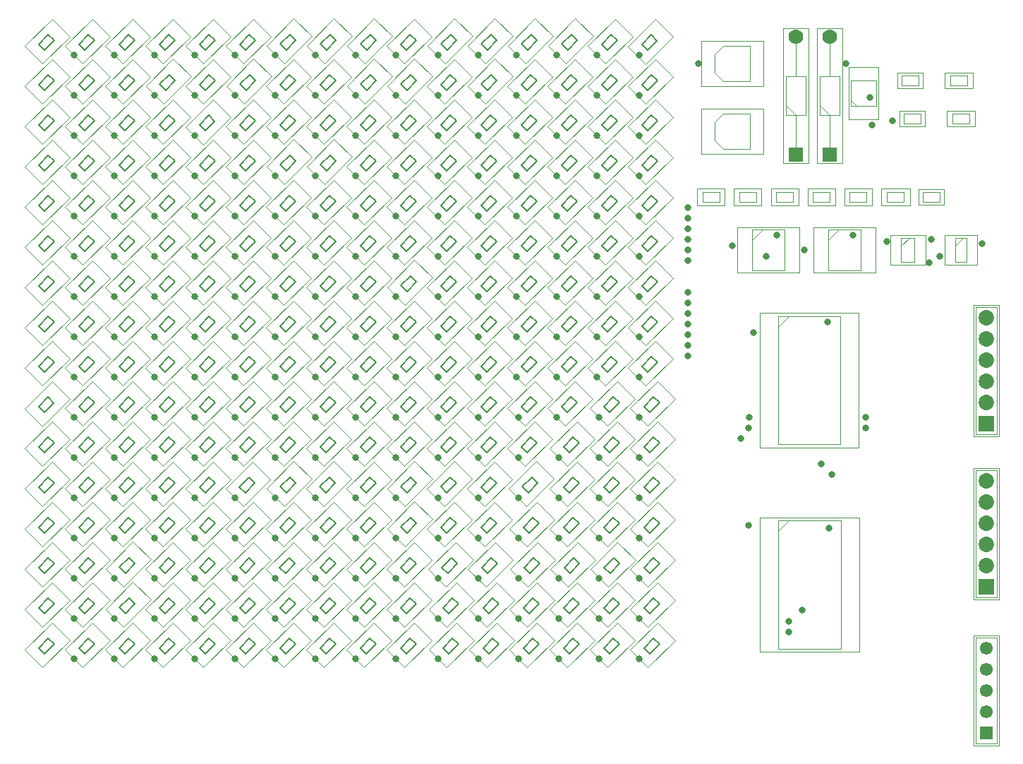
<source format=gbs>
G04*
G04 #@! TF.GenerationSoftware,Altium Limited,Altium Designer,21.1.1 (26)*
G04*
G04 Layer_Color=16711935*
%FSLAX24Y24*%
%MOIN*%
G70*
G04*
G04 #@! TF.SameCoordinates,700B35B8-587A-4263-8D9C-AFCFB88697EE*
G04*
G04*
G04 #@! TF.FilePolarity,Negative*
G04*
G01*
G75*
%ADD10C,0.0039*%
%ADD11C,0.0079*%
%ADD13C,0.0020*%
%ADD36R,0.0730X0.0730*%
%ADD37C,0.0730*%
%ADD38R,0.0611X0.0611*%
%ADD39C,0.0611*%
%ADD40R,0.0700X0.0700*%
%ADD41C,0.0700*%
%ADD42C,0.0330*%
D10*
X46600Y7400D02*
X47600D01*
X46600D02*
Y13400D01*
X47600D01*
Y7400D02*
Y13400D01*
X46600Y500D02*
X47600D01*
X46600D02*
Y5500D01*
X47600D01*
Y500D02*
Y5500D01*
X46600Y15100D02*
X47600D01*
X46600D02*
Y21100D01*
X47600D01*
Y15100D02*
Y21100D01*
X37263Y20682D02*
X40216D01*
Y14619D02*
Y20682D01*
X37263Y14619D02*
X40216D01*
X37263D02*
Y20682D01*
Y20182D02*
X37763Y20682D01*
X40709Y30609D02*
Y31791D01*
X41891D01*
Y30609D02*
Y31791D01*
X40709Y30609D02*
X41891D01*
X40709Y30865D02*
X40965Y30609D01*
X34677Y30246D02*
X35946D01*
X34254Y29823D02*
X34677Y30246D01*
X34254Y28977D02*
Y29823D01*
Y28977D02*
X34677Y28554D01*
X35946D01*
Y30246D01*
X37637Y30160D02*
Y31991D01*
X38563D01*
Y30160D02*
Y31991D01*
X37637Y30160D02*
X38563D01*
X37637Y30623D02*
X38100Y30160D01*
Y28300D02*
Y30160D01*
Y31991D02*
Y33851D01*
X45506Y30246D02*
X46294D01*
Y29754D02*
Y30246D01*
X45506Y29754D02*
X46294D01*
X45506D02*
Y30246D01*
X43106Y32046D02*
X43894D01*
Y31554D02*
Y32046D01*
X43106Y31554D02*
X43894D01*
X43106D02*
Y32046D01*
X39237Y30160D02*
Y31991D01*
X40163D01*
Y30160D02*
Y31991D01*
X39237Y30160D02*
X40163D01*
X39237Y30623D02*
X39700Y30160D01*
Y28300D02*
Y30160D01*
Y31991D02*
Y33851D01*
X34677Y33446D02*
X35946D01*
X34254Y33023D02*
X34677Y33446D01*
X34254Y32177D02*
Y33023D01*
Y32177D02*
X34677Y31754D01*
X35946D01*
Y33446D01*
X45406Y32046D02*
X46194D01*
Y31554D02*
Y32046D01*
X45406Y31554D02*
X46194D01*
X45406D02*
Y32046D01*
X43206Y30246D02*
X43994D01*
Y29754D02*
Y30246D01*
X43206Y29754D02*
X43994D01*
X43206D02*
Y30246D01*
X45644Y24375D02*
X46156D01*
Y23225D02*
Y24375D01*
X45644Y23225D02*
X46156D01*
X45644D02*
Y24375D01*
Y23999D02*
X46020Y24375D01*
X44106Y26546D02*
X44894D01*
Y26054D02*
Y26546D01*
X44106Y26054D02*
X44894D01*
X44106D02*
Y26546D01*
X40650D02*
X41438D01*
Y26054D02*
Y26546D01*
X40650Y26054D02*
X41438D01*
X40650D02*
Y26546D01*
X38914D02*
X39702D01*
Y26054D02*
Y26546D01*
X38914Y26054D02*
X39702D01*
X38914D02*
Y26546D01*
X37178D02*
X37966D01*
Y26054D02*
Y26546D01*
X37178Y26054D02*
X37966D01*
X37178D02*
Y26546D01*
X35442D02*
X36230D01*
Y26054D02*
Y26546D01*
X35442Y26054D02*
X36230D01*
X35442D02*
Y26546D01*
X33706D02*
X34494D01*
Y26054D02*
Y26546D01*
X33706Y26054D02*
X34494D01*
X33706D02*
Y26546D01*
X42406D02*
X43213D01*
Y26054D02*
Y26546D01*
X42406Y26054D02*
X43213D01*
X42406D02*
Y26546D01*
X43085Y24371D02*
X43715D01*
Y23229D02*
Y24371D01*
X43085Y23229D02*
X43715D01*
X43085D02*
Y24371D01*
Y23997D02*
X43459Y24371D01*
X39632Y24765D02*
X41168D01*
Y22835D02*
Y24765D01*
X39632Y22835D02*
X41168D01*
X39632D02*
Y24765D01*
Y24265D02*
X40132Y24765D01*
X36032D02*
X37568D01*
Y22835D02*
Y24765D01*
X36032Y22835D02*
X37568D01*
X36032D02*
Y24765D01*
Y24265D02*
X36532Y24765D01*
X37284Y11032D02*
X40237D01*
Y4969D02*
Y11032D01*
X37284Y4969D02*
X40237D01*
X37284D02*
Y11032D01*
Y10532D02*
X37784Y11032D01*
X4878Y6214D02*
X5714Y5378D01*
X3584Y4919D02*
X4878Y6214D01*
X3584Y4919D02*
X4419Y4084D01*
X5714Y5378D01*
X14378Y6214D02*
X15214Y5378D01*
X13084Y4919D02*
X14378Y6214D01*
X13084Y4919D02*
X13919Y4084D01*
X15214Y5378D01*
X2519Y30684D02*
X3814Y31978D01*
X1684Y31519D02*
X2519Y30684D01*
X1684Y31519D02*
X2978Y32814D01*
X3814Y31978D01*
X4419Y30684D02*
X5714Y31978D01*
X3584Y31519D02*
X4419Y30684D01*
X3584Y31519D02*
X4878Y32814D01*
X5714Y31978D01*
X31019Y30684D02*
X32314Y31978D01*
X30184Y31519D02*
X31019Y30684D01*
X30184Y31519D02*
X31478Y32814D01*
X32314Y31978D01*
X25319Y30684D02*
X26614Y31978D01*
X24484Y31519D02*
X25319Y30684D01*
X24484Y31519D02*
X25778Y32814D01*
X26614Y31978D01*
X29119Y30684D02*
X30414Y31978D01*
X28284Y31519D02*
X29119Y30684D01*
X28284Y31519D02*
X29578Y32814D01*
X30414Y31978D01*
X27219Y30684D02*
X28514Y31978D01*
X26384Y31519D02*
X27219Y30684D01*
X26384Y31519D02*
X27678Y32814D01*
X28514Y31978D01*
X19628Y30693D02*
X20922Y31987D01*
X18793Y31528D02*
X19628Y30693D01*
X18793Y31528D02*
X20087Y32822D01*
X20922Y31987D01*
X13919Y30684D02*
X15214Y31978D01*
X13084Y31519D02*
X13919Y30684D01*
X13084Y31519D02*
X14378Y32814D01*
X15214Y31978D01*
X15819Y30684D02*
X17114Y31978D01*
X14984Y31519D02*
X15819Y30684D01*
X14984Y31519D02*
X16278Y32814D01*
X17114Y31978D01*
X21519Y30684D02*
X22814Y31978D01*
X20684Y31519D02*
X21519Y30684D01*
X20684Y31519D02*
X21978Y32814D01*
X22814Y31978D01*
X23428Y30693D02*
X24722Y31987D01*
X22593Y31528D02*
X23428Y30693D01*
X22593Y31528D02*
X23887Y32822D01*
X24722Y31987D01*
X17728Y30693D02*
X19022Y31987D01*
X16893Y31528D02*
X17728Y30693D01*
X16893Y31528D02*
X18187Y32822D01*
X19022Y31987D01*
X10119Y30684D02*
X11414Y31978D01*
X9284Y31519D02*
X10119Y30684D01*
X9284Y31519D02*
X10578Y32814D01*
X11414Y31978D01*
X12028Y30693D02*
X13322Y31987D01*
X11193Y31528D02*
X12028Y30693D01*
X11193Y31528D02*
X12487Y32822D01*
X13322Y31987D01*
X8228Y30693D02*
X9522Y31987D01*
X7393Y31528D02*
X8228Y30693D01*
X7393Y31528D02*
X8687Y32822D01*
X9522Y31987D01*
X6319Y30684D02*
X7614Y31978D01*
X5484Y31519D02*
X6319Y30684D01*
X5484Y31519D02*
X6778Y32814D01*
X7614Y31978D01*
X23519Y4084D02*
X24814Y5378D01*
X22684Y4919D02*
X23519Y4084D01*
X22684Y4919D02*
X23978Y6214D01*
X24814Y5378D01*
X6319Y4084D02*
X7614Y5378D01*
X5484Y4919D02*
X6319Y4084D01*
X5484Y4919D02*
X6778Y6214D01*
X7614Y5378D01*
X21619Y4084D02*
X22914Y5378D01*
X20784Y4919D02*
X21619Y4084D01*
X20784Y4919D02*
X22078Y6214D01*
X22914Y5378D01*
X27319Y4084D02*
X28614Y5378D01*
X26484Y4919D02*
X27319Y4084D01*
X26484Y4919D02*
X27778Y6214D01*
X28614Y5378D01*
X25419Y4084D02*
X26714Y5378D01*
X24584Y4919D02*
X25419Y4084D01*
X24584Y4919D02*
X25878Y6214D01*
X26714Y5378D01*
X19619Y4084D02*
X20914Y5378D01*
X18784Y4919D02*
X19619Y4084D01*
X18784Y4919D02*
X20078Y6214D01*
X20914Y5378D01*
X10119Y4084D02*
X11414Y5378D01*
X9284Y4919D02*
X10119Y4084D01*
X9284Y4919D02*
X10578Y6214D01*
X11414Y5378D01*
X12019Y4084D02*
X13314Y5378D01*
X11184Y4919D02*
X12019Y4084D01*
X11184Y4919D02*
X12478Y6214D01*
X13314Y5378D01*
X17719Y4084D02*
X19014Y5378D01*
X16884Y4919D02*
X17719Y4084D01*
X16884Y4919D02*
X18178Y6214D01*
X19014Y5378D01*
X8219Y4084D02*
X9514Y5378D01*
X7384Y4919D02*
X8219Y4084D01*
X7384Y4919D02*
X8678Y6214D01*
X9514Y5378D01*
X15819Y4084D02*
X17114Y5378D01*
X14984Y4919D02*
X15819Y4084D01*
X14984Y4919D02*
X16278Y6214D01*
X17114Y5378D01*
X2519Y4084D02*
X3814Y5378D01*
X1684Y4919D02*
X2519Y4084D01*
X1684Y4919D02*
X2978Y6214D01*
X3814Y5378D01*
X31119Y4084D02*
X32414Y5378D01*
X30284Y4919D02*
X31119Y4084D01*
X30284Y4919D02*
X31578Y6214D01*
X32414Y5378D01*
X29219Y4084D02*
X30514Y5378D01*
X28384Y4919D02*
X29219Y4084D01*
X28384Y4919D02*
X29678Y6214D01*
X30514Y5378D01*
X19619Y5984D02*
X20914Y7278D01*
X18784Y6819D02*
X19619Y5984D01*
X18784Y6819D02*
X20078Y8114D01*
X20914Y7278D01*
X31119Y5984D02*
X32414Y7278D01*
X30284Y6819D02*
X31119Y5984D01*
X30284Y6819D02*
X31578Y8114D01*
X32414Y7278D01*
X21619Y5984D02*
X22914Y7278D01*
X20784Y6819D02*
X21619Y5984D01*
X20784Y6819D02*
X22078Y8114D01*
X22914Y7278D01*
X23519Y5984D02*
X24814Y7278D01*
X22684Y6819D02*
X23519Y5984D01*
X22684Y6819D02*
X23978Y8114D01*
X24814Y7278D01*
X6328Y5993D02*
X7622Y7287D01*
X5493Y6828D02*
X6328Y5993D01*
X5493Y6828D02*
X6787Y8122D01*
X7622Y7287D01*
X17719Y5984D02*
X19014Y7278D01*
X16884Y6819D02*
X17719Y5984D01*
X16884Y6819D02*
X18178Y8114D01*
X19014Y7278D01*
X13919Y5984D02*
X15214Y7278D01*
X13084Y6819D02*
X13919Y5984D01*
X13084Y6819D02*
X14378Y8114D01*
X15214Y7278D01*
X10119Y5984D02*
X11414Y7278D01*
X9284Y6819D02*
X10119Y5984D01*
X9284Y6819D02*
X10578Y8114D01*
X11414Y7278D01*
X12019Y5984D02*
X13314Y7278D01*
X11184Y6819D02*
X12019Y5984D01*
X11184Y6819D02*
X12478Y8114D01*
X13314Y7278D01*
X8219Y5984D02*
X9514Y7278D01*
X7384Y6819D02*
X8219Y5984D01*
X7384Y6819D02*
X8678Y8114D01*
X9514Y7278D01*
X2519Y5984D02*
X3814Y7278D01*
X1684Y6819D02*
X2519Y5984D01*
X1684Y6819D02*
X2978Y8114D01*
X3814Y7278D01*
X15819Y5984D02*
X17114Y7278D01*
X14984Y6819D02*
X15819Y5984D01*
X14984Y6819D02*
X16278Y8114D01*
X17114Y7278D01*
X25419Y5984D02*
X26714Y7278D01*
X24584Y6819D02*
X25419Y5984D01*
X24584Y6819D02*
X25878Y8114D01*
X26714Y7278D01*
X27319Y5984D02*
X28614Y7278D01*
X26484Y6819D02*
X27319Y5984D01*
X26484Y6819D02*
X27778Y8114D01*
X28614Y7278D01*
X4419Y5984D02*
X5714Y7278D01*
X3584Y6819D02*
X4419Y5984D01*
X3584Y6819D02*
X4878Y8114D01*
X5714Y7278D01*
X29219Y5984D02*
X30514Y7278D01*
X28384Y6819D02*
X29219Y5984D01*
X28384Y6819D02*
X29678Y8114D01*
X30514Y7278D01*
X17719Y7884D02*
X19014Y9178D01*
X16884Y8719D02*
X17719Y7884D01*
X16884Y8719D02*
X18178Y10014D01*
X19014Y9178D01*
X19619Y7884D02*
X20914Y9178D01*
X18784Y8719D02*
X19619Y7884D01*
X18784Y8719D02*
X20078Y10014D01*
X20914Y9178D01*
X8219Y7884D02*
X9514Y9178D01*
X7384Y8719D02*
X8219Y7884D01*
X7384Y8719D02*
X8678Y10014D01*
X9514Y9178D01*
X2519Y7884D02*
X3814Y9178D01*
X1684Y8719D02*
X2519Y7884D01*
X1684Y8719D02*
X2978Y10014D01*
X3814Y9178D01*
X10119Y7884D02*
X11414Y9178D01*
X9284Y8719D02*
X10119Y7884D01*
X9284Y8719D02*
X10578Y10014D01*
X11414Y9178D01*
X29228Y7884D02*
X30523Y9178D01*
X28393Y8719D02*
X29228Y7884D01*
X28393Y8719D02*
X29687Y10014D01*
X30523Y9178D01*
X12010Y7884D02*
X13304Y9178D01*
X11175Y8719D02*
X12010Y7884D01*
X11175Y8719D02*
X12469Y10014D01*
X13304Y9178D01*
X13901Y7884D02*
X15195Y9178D01*
X13066Y8719D02*
X13901Y7884D01*
X13066Y8719D02*
X14360Y10014D01*
X15195Y9178D01*
X4419Y7884D02*
X5714Y9178D01*
X3584Y8719D02*
X4419Y7884D01*
X3584Y8719D02*
X4878Y10014D01*
X5714Y9178D01*
X15819Y7884D02*
X17114Y9178D01*
X14984Y8719D02*
X15819Y7884D01*
X14984Y8719D02*
X16278Y10014D01*
X17114Y9178D01*
X27337Y7884D02*
X28632Y9178D01*
X26502Y8719D02*
X27337Y7884D01*
X26502Y8719D02*
X27797Y10014D01*
X28632Y9178D01*
X25446Y7884D02*
X26741Y9178D01*
X24611Y8719D02*
X25446Y7884D01*
X24611Y8719D02*
X25906Y10014D01*
X26741Y9178D01*
X31119Y7884D02*
X32414Y9178D01*
X30284Y8719D02*
X31119Y7884D01*
X30284Y8719D02*
X31578Y10014D01*
X32414Y9178D01*
X21565Y7884D02*
X22859Y9178D01*
X20729Y8719D02*
X21565Y7884D01*
X20729Y8719D02*
X22024Y10014D01*
X22859Y9178D01*
X6328Y7893D02*
X7622Y9187D01*
X5493Y8728D02*
X6328Y7893D01*
X5493Y8728D02*
X6787Y10022D01*
X7622Y9187D01*
X23455Y7884D02*
X24750Y9178D01*
X22620Y8719D02*
X23455Y7884D01*
X22620Y8719D02*
X23915Y10014D01*
X24750Y9178D01*
X2519Y9784D02*
X3814Y11078D01*
X1684Y10619D02*
X2519Y9784D01*
X1684Y10619D02*
X2978Y11914D01*
X3814Y11078D01*
X29219Y9784D02*
X30514Y11078D01*
X28384Y10619D02*
X29219Y9784D01*
X28384Y10619D02*
X29678Y11914D01*
X30514Y11078D01*
X10119Y9784D02*
X11414Y11078D01*
X9284Y10619D02*
X10119Y9784D01*
X9284Y10619D02*
X10578Y11914D01*
X11414Y11078D01*
X6319Y9784D02*
X7614Y11078D01*
X5484Y10619D02*
X6319Y9784D01*
X5484Y10619D02*
X6778Y11914D01*
X7614Y11078D01*
X25419Y9784D02*
X26714Y11078D01*
X24584Y10619D02*
X25419Y9784D01*
X24584Y10619D02*
X25878Y11914D01*
X26714Y11078D01*
X15819Y9784D02*
X17114Y11078D01*
X14984Y10619D02*
X15819Y9784D01*
X14984Y10619D02*
X16278Y11914D01*
X17114Y11078D01*
X13919Y9784D02*
X15214Y11078D01*
X13084Y10619D02*
X13919Y9784D01*
X13084Y10619D02*
X14378Y11914D01*
X15214Y11078D01*
X23419Y9784D02*
X24714Y11078D01*
X22584Y10619D02*
X23419Y9784D01*
X22584Y10619D02*
X23878Y11914D01*
X24714Y11078D01*
X12019Y9784D02*
X13314Y11078D01*
X11184Y10619D02*
X12019Y9784D01*
X11184Y10619D02*
X12478Y11914D01*
X13314Y11078D01*
X31119Y9784D02*
X32414Y11078D01*
X30284Y10619D02*
X31119Y9784D01*
X30284Y10619D02*
X31578Y11914D01*
X32414Y11078D01*
X19628Y9793D02*
X20922Y11087D01*
X18793Y10628D02*
X19628Y9793D01*
X18793Y10628D02*
X20087Y11922D01*
X20922Y11087D01*
X8219Y9784D02*
X9514Y11078D01*
X7384Y10619D02*
X8219Y9784D01*
X7384Y10619D02*
X8678Y11914D01*
X9514Y11078D01*
X17719Y9784D02*
X19014Y11078D01*
X16884Y10619D02*
X17719Y9784D01*
X16884Y10619D02*
X18178Y11914D01*
X19014Y11078D01*
X4419Y9784D02*
X5714Y11078D01*
X3584Y10619D02*
X4419Y9784D01*
X3584Y10619D02*
X4878Y11914D01*
X5714Y11078D01*
X27319Y9784D02*
X28614Y11078D01*
X26484Y10619D02*
X27319Y9784D01*
X26484Y10619D02*
X27778Y11914D01*
X28614Y11078D01*
X21519Y9784D02*
X22814Y11078D01*
X20684Y10619D02*
X21519Y9784D01*
X20684Y10619D02*
X21978Y11914D01*
X22814Y11078D01*
X25364Y11693D02*
X26659Y12987D01*
X24529Y12528D02*
X25364Y11693D01*
X24529Y12528D02*
X25824Y13822D01*
X26659Y12987D01*
X29219Y11684D02*
X30514Y12978D01*
X28384Y12519D02*
X29219Y11684D01*
X28384Y12519D02*
X29678Y13814D01*
X30514Y12978D01*
X11992Y11684D02*
X13286Y12978D01*
X11157Y12519D02*
X11992Y11684D01*
X11157Y12519D02*
X12451Y13814D01*
X13286Y12978D01*
X27319Y11684D02*
X28614Y12978D01*
X26484Y12519D02*
X27319Y11684D01*
X26484Y12519D02*
X27778Y13814D01*
X28614Y12978D01*
X17719Y11684D02*
X19014Y12978D01*
X16884Y12519D02*
X17719Y11684D01*
X16884Y12519D02*
X18178Y13814D01*
X19014Y12978D01*
X21519Y11693D02*
X22813Y12987D01*
X20684Y12528D02*
X21519Y11693D01*
X20684Y12528D02*
X21978Y13822D01*
X22813Y12987D01*
X19628Y11693D02*
X20922Y12987D01*
X18793Y12528D02*
X19628Y11693D01*
X18793Y12528D02*
X20087Y13822D01*
X20922Y12987D01*
X23419Y11684D02*
X24714Y12978D01*
X22584Y12519D02*
X23419Y11684D01*
X22584Y12519D02*
X23878Y13814D01*
X24714Y12978D01*
X13928Y11693D02*
X15222Y12987D01*
X13093Y12528D02*
X13928Y11693D01*
X13093Y12528D02*
X14387Y13822D01*
X15222Y12987D01*
X31119Y11684D02*
X32414Y12978D01*
X30284Y12519D02*
X31119Y11684D01*
X30284Y12519D02*
X31578Y13814D01*
X32414Y12978D01*
X15801Y11693D02*
X17095Y12987D01*
X14965Y12528D02*
X15801Y11693D01*
X14965Y12528D02*
X16260Y13822D01*
X17095Y12987D01*
X6319Y11684D02*
X7614Y12978D01*
X5484Y12519D02*
X6319Y11684D01*
X5484Y12519D02*
X6778Y13814D01*
X7614Y12978D01*
X2519Y11684D02*
X3814Y12978D01*
X1684Y12519D02*
X2519Y11684D01*
X1684Y12519D02*
X2978Y13814D01*
X3814Y12978D01*
X10119Y11684D02*
X11414Y12978D01*
X9284Y12519D02*
X10119Y11684D01*
X9284Y12519D02*
X10578Y13814D01*
X11414Y12978D01*
X4419Y11684D02*
X5714Y12978D01*
X3584Y12519D02*
X4419Y11684D01*
X3584Y12519D02*
X4878Y13814D01*
X5714Y12978D01*
X8219Y11684D02*
X9514Y12978D01*
X7384Y12519D02*
X8219Y11684D01*
X7384Y12519D02*
X8678Y13814D01*
X9514Y12978D01*
X10119Y13584D02*
X11414Y14878D01*
X9284Y14419D02*
X10119Y13584D01*
X9284Y14419D02*
X10578Y15714D01*
X11414Y14878D01*
X12019Y13584D02*
X13314Y14878D01*
X11184Y14419D02*
X12019Y13584D01*
X11184Y14419D02*
X12478Y15714D01*
X13314Y14878D01*
X29219Y13584D02*
X30514Y14878D01*
X28384Y14419D02*
X29219Y13584D01*
X28384Y14419D02*
X29678Y15714D01*
X30514Y14878D01*
X21519Y13584D02*
X22814Y14878D01*
X20684Y14419D02*
X21519Y13584D01*
X20684Y14419D02*
X21978Y15714D01*
X22814Y14878D01*
X8219Y13584D02*
X9514Y14878D01*
X7384Y14419D02*
X8219Y13584D01*
X7384Y14419D02*
X8678Y15714D01*
X9514Y14878D01*
X27319Y13584D02*
X28614Y14878D01*
X26484Y14419D02*
X27319Y13584D01*
X26484Y14419D02*
X27778Y15714D01*
X28614Y14878D01*
X4419Y13584D02*
X5714Y14878D01*
X3584Y14419D02*
X4419Y13584D01*
X3584Y14419D02*
X4878Y15714D01*
X5714Y14878D01*
X2519Y13584D02*
X3814Y14878D01*
X1684Y14419D02*
X2519Y13584D01*
X1684Y14419D02*
X2978Y15714D01*
X3814Y14878D01*
X23419Y13584D02*
X24714Y14878D01*
X22584Y14419D02*
X23419Y13584D01*
X22584Y14419D02*
X23878Y15714D01*
X24714Y14878D01*
X19619Y13584D02*
X20914Y14878D01*
X18784Y14419D02*
X19619Y13584D01*
X18784Y14419D02*
X20078Y15714D01*
X20914Y14878D01*
X31119Y13584D02*
X32414Y14878D01*
X30284Y14419D02*
X31119Y13584D01*
X30284Y14419D02*
X31578Y15714D01*
X32414Y14878D01*
X25319Y13584D02*
X26614Y14878D01*
X24484Y14419D02*
X25319Y13584D01*
X24484Y14419D02*
X25778Y15714D01*
X26614Y14878D01*
X13919Y13584D02*
X15214Y14878D01*
X13084Y14419D02*
X13919Y13584D01*
X13084Y14419D02*
X14378Y15714D01*
X15214Y14878D01*
X6319Y13584D02*
X7614Y14878D01*
X5484Y14419D02*
X6319Y13584D01*
X5484Y14419D02*
X6778Y15714D01*
X7614Y14878D01*
X17719Y13584D02*
X19014Y14878D01*
X16884Y14419D02*
X17719Y13584D01*
X16884Y14419D02*
X18178Y15714D01*
X19014Y14878D01*
X23419Y15484D02*
X24714Y16778D01*
X22584Y16319D02*
X23419Y15484D01*
X22584Y16319D02*
X23878Y17614D01*
X24714Y16778D01*
X25319Y15484D02*
X26614Y16778D01*
X24484Y16319D02*
X25319Y15484D01*
X24484Y16319D02*
X25778Y17614D01*
X26614Y16778D01*
X13919Y15484D02*
X15214Y16778D01*
X13084Y16319D02*
X13919Y15484D01*
X13084Y16319D02*
X14378Y17614D01*
X15214Y16778D01*
X31119Y15484D02*
X32414Y16778D01*
X30284Y16319D02*
X31119Y15484D01*
X30284Y16319D02*
X31578Y17614D01*
X32414Y16778D01*
X27219Y15484D02*
X28514Y16778D01*
X26384Y16319D02*
X27219Y15484D01*
X26384Y16319D02*
X27678Y17614D01*
X28514Y16778D01*
X4419Y15484D02*
X5714Y16778D01*
X3584Y16319D02*
X4419Y15484D01*
X3584Y16319D02*
X4878Y17614D01*
X5714Y16778D01*
X21519Y15484D02*
X22814Y16778D01*
X20684Y16319D02*
X21519Y15484D01*
X20684Y16319D02*
X21978Y17614D01*
X22814Y16778D01*
X15819Y15484D02*
X17114Y16778D01*
X14984Y16319D02*
X15819Y15484D01*
X14984Y16319D02*
X16278Y17614D01*
X17114Y16778D01*
X10119Y15484D02*
X11414Y16778D01*
X9284Y16319D02*
X10119Y15484D01*
X9284Y16319D02*
X10578Y17614D01*
X11414Y16778D01*
X6319Y15484D02*
X7614Y16778D01*
X5484Y16319D02*
X6319Y15484D01*
X5484Y16319D02*
X6778Y17614D01*
X7614Y16778D01*
X12019Y15484D02*
X13314Y16778D01*
X11184Y16319D02*
X12019Y15484D01*
X11184Y16319D02*
X12478Y17614D01*
X13314Y16778D01*
X2510Y15475D02*
X3805Y16770D01*
X1675Y16310D02*
X2510Y15475D01*
X1675Y16310D02*
X2970Y17605D01*
X3805Y16770D01*
X19619Y15484D02*
X20914Y16778D01*
X18784Y16319D02*
X19619Y15484D01*
X18784Y16319D02*
X20078Y17614D01*
X20914Y16778D01*
X8219Y15484D02*
X9514Y16778D01*
X7384Y16319D02*
X8219Y15484D01*
X7384Y16319D02*
X8678Y17614D01*
X9514Y16778D01*
X29219Y15484D02*
X30514Y16778D01*
X28384Y16319D02*
X29219Y15484D01*
X28384Y16319D02*
X29678Y17614D01*
X30514Y16778D01*
X17719Y15484D02*
X19014Y16778D01*
X16884Y16319D02*
X17719Y15484D01*
X16884Y16319D02*
X18178Y17614D01*
X19014Y16778D01*
X25319Y17384D02*
X26614Y18678D01*
X24484Y18219D02*
X25319Y17384D01*
X24484Y18219D02*
X25778Y19514D01*
X26614Y18678D01*
X21519Y17384D02*
X22814Y18678D01*
X20684Y18219D02*
X21519Y17384D01*
X20684Y18219D02*
X21978Y19514D01*
X22814Y18678D01*
X6319Y17384D02*
X7614Y18678D01*
X5484Y18219D02*
X6319Y17384D01*
X5484Y18219D02*
X6778Y19514D01*
X7614Y18678D01*
X19619Y17384D02*
X20914Y18678D01*
X18784Y18219D02*
X19619Y17384D01*
X18784Y18219D02*
X20078Y19514D01*
X20914Y18678D01*
X8219Y17384D02*
X9514Y18678D01*
X7384Y18219D02*
X8219Y17384D01*
X7384Y18219D02*
X8678Y19514D01*
X9514Y18678D01*
X23419Y17384D02*
X24714Y18678D01*
X22584Y18219D02*
X23419Y17384D01*
X22584Y18219D02*
X23878Y19514D01*
X24714Y18678D01*
X17719Y17384D02*
X19014Y18678D01*
X16884Y18219D02*
X17719Y17384D01*
X16884Y18219D02*
X18178Y19514D01*
X19014Y18678D01*
X12019Y17384D02*
X13314Y18678D01*
X11184Y18219D02*
X12019Y17384D01*
X11184Y18219D02*
X12478Y19514D01*
X13314Y18678D01*
X10119Y17384D02*
X11414Y18678D01*
X9284Y18219D02*
X10119Y17384D01*
X9284Y18219D02*
X10578Y19514D01*
X11414Y18678D01*
X27219Y17384D02*
X28514Y18678D01*
X26384Y18219D02*
X27219Y17384D01*
X26384Y18219D02*
X27678Y19514D01*
X28514Y18678D01*
X29119Y17384D02*
X30414Y18678D01*
X28284Y18219D02*
X29119Y17384D01*
X28284Y18219D02*
X29578Y19514D01*
X30414Y18678D01*
X13919Y17384D02*
X15214Y18678D01*
X13084Y18219D02*
X13919Y17384D01*
X13084Y18219D02*
X14378Y19514D01*
X15214Y18678D01*
X2519Y17384D02*
X3814Y18678D01*
X1684Y18219D02*
X2519Y17384D01*
X1684Y18219D02*
X2978Y19514D01*
X3814Y18678D01*
X15819Y17384D02*
X17114Y18678D01*
X14984Y18219D02*
X15819Y17384D01*
X14984Y18219D02*
X16278Y19514D01*
X17114Y18678D01*
X31019Y17384D02*
X32314Y18678D01*
X30184Y18219D02*
X31019Y17384D01*
X30184Y18219D02*
X31478Y19514D01*
X32314Y18678D01*
X4419Y17384D02*
X5714Y18678D01*
X3584Y18219D02*
X4419Y17384D01*
X3584Y18219D02*
X4878Y19514D01*
X5714Y18678D01*
X19619Y19284D02*
X20914Y20578D01*
X18784Y20119D02*
X19619Y19284D01*
X18784Y20119D02*
X20078Y21414D01*
X20914Y20578D01*
X2519Y19284D02*
X3814Y20578D01*
X1684Y20119D02*
X2519Y19284D01*
X1684Y20119D02*
X2978Y21414D01*
X3814Y20578D01*
X21519Y19284D02*
X22814Y20578D01*
X20684Y20119D02*
X21519Y19284D01*
X20684Y20119D02*
X21978Y21414D01*
X22814Y20578D01*
X10119Y19284D02*
X11414Y20578D01*
X9284Y20119D02*
X10119Y19284D01*
X9284Y20119D02*
X10578Y21414D01*
X11414Y20578D01*
X6319Y19284D02*
X7614Y20578D01*
X5484Y20119D02*
X6319Y19284D01*
X5484Y20119D02*
X6778Y21414D01*
X7614Y20578D01*
X12019Y19284D02*
X13314Y20578D01*
X11184Y20119D02*
X12019Y19284D01*
X11184Y20119D02*
X12478Y21414D01*
X13314Y20578D01*
X31019Y19284D02*
X32314Y20578D01*
X30184Y20119D02*
X31019Y19284D01*
X30184Y20119D02*
X31478Y21414D01*
X32314Y20578D01*
X17719Y19284D02*
X19014Y20578D01*
X16884Y20119D02*
X17719Y19284D01*
X16884Y20119D02*
X18178Y21414D01*
X19014Y20578D01*
X27219Y19284D02*
X28514Y20578D01*
X26384Y20119D02*
X27219Y19284D01*
X26384Y20119D02*
X27678Y21414D01*
X28514Y20578D01*
X23419Y19284D02*
X24714Y20578D01*
X22584Y20119D02*
X23419Y19284D01*
X22584Y20119D02*
X23878Y21414D01*
X24714Y20578D01*
X4419Y19284D02*
X5714Y20578D01*
X3584Y20119D02*
X4419Y19284D01*
X3584Y20119D02*
X4878Y21414D01*
X5714Y20578D01*
X8219Y19284D02*
X9514Y20578D01*
X7384Y20119D02*
X8219Y19284D01*
X7384Y20119D02*
X8678Y21414D01*
X9514Y20578D01*
X25319Y19284D02*
X26614Y20578D01*
X24484Y20119D02*
X25319Y19284D01*
X24484Y20119D02*
X25778Y21414D01*
X26614Y20578D01*
X13919Y19284D02*
X15214Y20578D01*
X13084Y20119D02*
X13919Y19284D01*
X13084Y20119D02*
X14378Y21414D01*
X15214Y20578D01*
X29119Y19284D02*
X30414Y20578D01*
X28284Y20119D02*
X29119Y19284D01*
X28284Y20119D02*
X29578Y21414D01*
X30414Y20578D01*
X15819Y19284D02*
X17114Y20578D01*
X14984Y20119D02*
X15819Y19284D01*
X14984Y20119D02*
X16278Y21414D01*
X17114Y20578D01*
X25319Y21184D02*
X26614Y22478D01*
X24484Y22019D02*
X25319Y21184D01*
X24484Y22019D02*
X25778Y23314D01*
X26614Y22478D01*
X4419Y21184D02*
X5714Y22478D01*
X3584Y22019D02*
X4419Y21184D01*
X3584Y22019D02*
X4878Y23314D01*
X5714Y22478D01*
X31019Y21184D02*
X32314Y22478D01*
X30184Y22019D02*
X31019Y21184D01*
X30184Y22019D02*
X31478Y23314D01*
X32314Y22478D01*
X27219Y21184D02*
X28514Y22478D01*
X26384Y22019D02*
X27219Y21184D01*
X26384Y22019D02*
X27678Y23314D01*
X28514Y22478D01*
X23419Y21184D02*
X24714Y22478D01*
X22584Y22019D02*
X23419Y21184D01*
X22584Y22019D02*
X23878Y23314D01*
X24714Y22478D01*
X29119Y21184D02*
X30414Y22478D01*
X28284Y22019D02*
X29119Y21184D01*
X28284Y22019D02*
X29578Y23314D01*
X30414Y22478D01*
X6319Y21184D02*
X7614Y22478D01*
X5484Y22019D02*
X6319Y21184D01*
X5484Y22019D02*
X6778Y23314D01*
X7614Y22478D01*
X21519Y21184D02*
X22814Y22478D01*
X20684Y22019D02*
X21519Y21184D01*
X20684Y22019D02*
X21978Y23314D01*
X22814Y22478D01*
X2519Y21184D02*
X3814Y22478D01*
X1684Y22019D02*
X2519Y21184D01*
X1684Y22019D02*
X2978Y23314D01*
X3814Y22478D01*
X13919Y21184D02*
X15214Y22478D01*
X13084Y22019D02*
X13919Y21184D01*
X13084Y22019D02*
X14378Y23314D01*
X15214Y22478D01*
X10119Y21184D02*
X11414Y22478D01*
X9284Y22019D02*
X10119Y21184D01*
X9284Y22019D02*
X10578Y23314D01*
X11414Y22478D01*
X15819Y21184D02*
X17114Y22478D01*
X14984Y22019D02*
X15819Y21184D01*
X14984Y22019D02*
X16278Y23314D01*
X17114Y22478D01*
X17719Y21184D02*
X19014Y22478D01*
X16884Y22019D02*
X17719Y21184D01*
X16884Y22019D02*
X18178Y23314D01*
X19014Y22478D01*
X8219Y21184D02*
X9514Y22478D01*
X7384Y22019D02*
X8219Y21184D01*
X7384Y22019D02*
X8678Y23314D01*
X9514Y22478D01*
X19628Y21193D02*
X20922Y22487D01*
X18793Y22028D02*
X19628Y21193D01*
X18793Y22028D02*
X20087Y23322D01*
X20922Y22487D01*
X12019Y21184D02*
X13314Y22478D01*
X11184Y22019D02*
X12019Y21184D01*
X11184Y22019D02*
X12478Y23314D01*
X13314Y22478D01*
X4419Y23084D02*
X5714Y24378D01*
X3584Y23919D02*
X4419Y23084D01*
X3584Y23919D02*
X4878Y25214D01*
X5714Y24378D01*
X15819Y23084D02*
X17114Y24378D01*
X14984Y23919D02*
X15819Y23084D01*
X14984Y23919D02*
X16278Y25214D01*
X17114Y24378D01*
X23419Y23084D02*
X24714Y24378D01*
X22584Y23919D02*
X23419Y23084D01*
X22584Y23919D02*
X23878Y25214D01*
X24714Y24378D01*
X17719Y23084D02*
X19014Y24378D01*
X16884Y23919D02*
X17719Y23084D01*
X16884Y23919D02*
X18178Y25214D01*
X19014Y24378D01*
X31019Y23084D02*
X32314Y24378D01*
X30184Y23919D02*
X31019Y23084D01*
X30184Y23919D02*
X31478Y25214D01*
X32314Y24378D01*
X10119Y23084D02*
X11414Y24378D01*
X9284Y23919D02*
X10119Y23084D01*
X9284Y23919D02*
X10578Y25214D01*
X11414Y24378D01*
X27219Y23084D02*
X28514Y24378D01*
X26384Y23919D02*
X27219Y23084D01*
X26384Y23919D02*
X27678Y25214D01*
X28514Y24378D01*
X2519Y23084D02*
X3814Y24378D01*
X1684Y23919D02*
X2519Y23084D01*
X1684Y23919D02*
X2978Y25214D01*
X3814Y24378D01*
X29119Y23084D02*
X30414Y24378D01*
X28284Y23919D02*
X29119Y23084D01*
X28284Y23919D02*
X29578Y25214D01*
X30414Y24378D01*
X12019Y23084D02*
X13314Y24378D01*
X11184Y23919D02*
X12019Y23084D01*
X11184Y23919D02*
X12478Y25214D01*
X13314Y24378D01*
X8219Y23084D02*
X9514Y24378D01*
X7384Y23919D02*
X8219Y23084D01*
X7384Y23919D02*
X8678Y25214D01*
X9514Y24378D01*
X25319Y23084D02*
X26614Y24378D01*
X24484Y23919D02*
X25319Y23084D01*
X24484Y23919D02*
X25778Y25214D01*
X26614Y24378D01*
X13919Y23084D02*
X15214Y24378D01*
X13084Y23919D02*
X13919Y23084D01*
X13084Y23919D02*
X14378Y25214D01*
X15214Y24378D01*
X6319Y23084D02*
X7614Y24378D01*
X5484Y23919D02*
X6319Y23084D01*
X5484Y23919D02*
X6778Y25214D01*
X7614Y24378D01*
X21519Y23084D02*
X22814Y24378D01*
X20684Y23919D02*
X21519Y23084D01*
X20684Y23919D02*
X21978Y25214D01*
X22814Y24378D01*
X19619Y23084D02*
X20914Y24378D01*
X18784Y23919D02*
X19619Y23084D01*
X18784Y23919D02*
X20078Y25214D01*
X20914Y24378D01*
X25319Y24984D02*
X26614Y26278D01*
X24484Y25819D02*
X25319Y24984D01*
X24484Y25819D02*
X25778Y27114D01*
X26614Y26278D01*
X19619Y24984D02*
X20914Y26278D01*
X18784Y25819D02*
X19619Y24984D01*
X18784Y25819D02*
X20078Y27114D01*
X20914Y26278D01*
X15819Y24984D02*
X17114Y26278D01*
X14984Y25819D02*
X15819Y24984D01*
X14984Y25819D02*
X16278Y27114D01*
X17114Y26278D01*
X8219Y24984D02*
X9514Y26278D01*
X7384Y25819D02*
X8219Y24984D01*
X7384Y25819D02*
X8678Y27114D01*
X9514Y26278D01*
X23419Y24984D02*
X24714Y26278D01*
X22584Y25819D02*
X23419Y24984D01*
X22584Y25819D02*
X23878Y27114D01*
X24714Y26278D01*
X12019Y24984D02*
X13314Y26278D01*
X11184Y25819D02*
X12019Y24984D01*
X11184Y25819D02*
X12478Y27114D01*
X13314Y26278D01*
X17719Y24984D02*
X19014Y26278D01*
X16884Y25819D02*
X17719Y24984D01*
X16884Y25819D02*
X18178Y27114D01*
X19014Y26278D01*
X2519Y24984D02*
X3814Y26278D01*
X1684Y25819D02*
X2519Y24984D01*
X1684Y25819D02*
X2978Y27114D01*
X3814Y26278D01*
X29119Y24984D02*
X30414Y26278D01*
X28284Y25819D02*
X29119Y24984D01*
X28284Y25819D02*
X29578Y27114D01*
X30414Y26278D01*
X10119Y24984D02*
X11414Y26278D01*
X9284Y25819D02*
X10119Y24984D01*
X9284Y25819D02*
X10578Y27114D01*
X11414Y26278D01*
X4419Y24984D02*
X5714Y26278D01*
X3584Y25819D02*
X4419Y24984D01*
X3584Y25819D02*
X4878Y27114D01*
X5714Y26278D01*
X31019Y24984D02*
X32314Y26278D01*
X30184Y25819D02*
X31019Y24984D01*
X30184Y25819D02*
X31478Y27114D01*
X32314Y26278D01*
X13919Y24984D02*
X15214Y26278D01*
X13084Y25819D02*
X13919Y24984D01*
X13084Y25819D02*
X14378Y27114D01*
X15214Y26278D01*
X27219Y24984D02*
X28514Y26278D01*
X26384Y25819D02*
X27219Y24984D01*
X26384Y25819D02*
X27678Y27114D01*
X28514Y26278D01*
X21519Y24984D02*
X22814Y26278D01*
X20684Y25819D02*
X21519Y24984D01*
X20684Y25819D02*
X21978Y27114D01*
X22814Y26278D01*
X6319Y24984D02*
X7614Y26278D01*
X5484Y25819D02*
X6319Y24984D01*
X5484Y25819D02*
X6778Y27114D01*
X7614Y26278D01*
X8219Y26884D02*
X9514Y28178D01*
X7384Y27719D02*
X8219Y26884D01*
X7384Y27719D02*
X8678Y29014D01*
X9514Y28178D01*
X27219Y26884D02*
X28514Y28178D01*
X26384Y27719D02*
X27219Y26884D01*
X26384Y27719D02*
X27678Y29014D01*
X28514Y28178D01*
X13928Y26893D02*
X15222Y28187D01*
X13093Y27728D02*
X13928Y26893D01*
X13093Y27728D02*
X14387Y29022D01*
X15222Y28187D01*
X2519Y26884D02*
X3814Y28178D01*
X1684Y27719D02*
X2519Y26884D01*
X1684Y27719D02*
X2978Y29014D01*
X3814Y28178D01*
X25319Y26884D02*
X26614Y28178D01*
X24484Y27719D02*
X25319Y26884D01*
X24484Y27719D02*
X25778Y29014D01*
X26614Y28178D01*
X23419Y26884D02*
X24714Y28178D01*
X22584Y27719D02*
X23419Y26884D01*
X22584Y27719D02*
X23878Y29014D01*
X24714Y28178D01*
X12019Y26884D02*
X13314Y28178D01*
X11184Y27719D02*
X12019Y26884D01*
X11184Y27719D02*
X12478Y29014D01*
X13314Y28178D01*
X6319Y26884D02*
X7614Y28178D01*
X5484Y27719D02*
X6319Y26884D01*
X5484Y27719D02*
X6778Y29014D01*
X7614Y28178D01*
X19619Y26884D02*
X20914Y28178D01*
X18784Y27719D02*
X19619Y26884D01*
X18784Y27719D02*
X20078Y29014D01*
X20914Y28178D01*
X31019Y26884D02*
X32314Y28178D01*
X30184Y27719D02*
X31019Y26884D01*
X30184Y27719D02*
X31478Y29014D01*
X32314Y28178D01*
X21519Y26884D02*
X22814Y28178D01*
X20684Y27719D02*
X21519Y26884D01*
X20684Y27719D02*
X21978Y29014D01*
X22814Y28178D01*
X10119Y26884D02*
X11414Y28178D01*
X9284Y27719D02*
X10119Y26884D01*
X9284Y27719D02*
X10578Y29014D01*
X11414Y28178D01*
X15828Y26893D02*
X17122Y28187D01*
X14993Y27728D02*
X15828Y26893D01*
X14993Y27728D02*
X16287Y29022D01*
X17122Y28187D01*
X17719Y26884D02*
X19014Y28178D01*
X16884Y27719D02*
X17719Y26884D01*
X16884Y27719D02*
X18178Y29014D01*
X19014Y28178D01*
X29119Y26884D02*
X30414Y28178D01*
X28284Y27719D02*
X29119Y26884D01*
X28284Y27719D02*
X29578Y29014D01*
X30414Y28178D01*
X4419Y26884D02*
X5714Y28178D01*
X3584Y27719D02*
X4419Y26884D01*
X3584Y27719D02*
X4878Y29014D01*
X5714Y28178D01*
X10110Y28775D02*
X11405Y30070D01*
X9275Y29610D02*
X10110Y28775D01*
X9275Y29610D02*
X10570Y30905D01*
X11405Y30070D01*
X12019Y28784D02*
X13314Y30078D01*
X11184Y29619D02*
X12019Y28784D01*
X11184Y29619D02*
X12478Y30914D01*
X13314Y30078D01*
X19619Y28784D02*
X20914Y30078D01*
X18784Y29619D02*
X19619Y28784D01*
X18784Y29619D02*
X20078Y30914D01*
X20914Y30078D01*
X27219Y28784D02*
X28514Y30078D01*
X26384Y29619D02*
X27219Y28784D01*
X26384Y29619D02*
X27678Y30914D01*
X28514Y30078D01*
X6319Y28784D02*
X7614Y30078D01*
X5484Y29619D02*
X6319Y28784D01*
X5484Y29619D02*
X6778Y30914D01*
X7614Y30078D01*
X29119Y28784D02*
X30414Y30078D01*
X28284Y29619D02*
X29119Y28784D01*
X28284Y29619D02*
X29578Y30914D01*
X30414Y30078D01*
X2519Y28784D02*
X3814Y30078D01*
X1684Y29619D02*
X2519Y28784D01*
X1684Y29619D02*
X2978Y30914D01*
X3814Y30078D01*
X31019Y28784D02*
X32314Y30078D01*
X30184Y29619D02*
X31019Y28784D01*
X30184Y29619D02*
X31478Y30914D01*
X32314Y30078D01*
X21519Y28784D02*
X22814Y30078D01*
X20684Y29619D02*
X21519Y28784D01*
X20684Y29619D02*
X21978Y30914D01*
X22814Y30078D01*
X8219Y28784D02*
X9514Y30078D01*
X7384Y29619D02*
X8219Y28784D01*
X7384Y29619D02*
X8678Y30914D01*
X9514Y30078D01*
X23419Y28784D02*
X24714Y30078D01*
X22584Y29619D02*
X23419Y28784D01*
X22584Y29619D02*
X23878Y30914D01*
X24714Y30078D01*
X25319Y28784D02*
X26614Y30078D01*
X24484Y29619D02*
X25319Y28784D01*
X24484Y29619D02*
X25778Y30914D01*
X26614Y30078D01*
X15819Y28784D02*
X17114Y30078D01*
X14984Y29619D02*
X15819Y28784D01*
X14984Y29619D02*
X16278Y30914D01*
X17114Y30078D01*
X4419Y28784D02*
X5714Y30078D01*
X3584Y29619D02*
X4419Y28784D01*
X3584Y29619D02*
X4878Y30914D01*
X5714Y30078D01*
X17719Y28784D02*
X19014Y30078D01*
X16884Y29619D02*
X17719Y28784D01*
X16884Y29619D02*
X18178Y30914D01*
X19014Y30078D01*
X13919Y28784D02*
X15214Y30078D01*
X13084Y29619D02*
X13919Y28784D01*
X13084Y29619D02*
X14378Y30914D01*
X15214Y30078D01*
X4419Y32584D02*
X5714Y33878D01*
X3584Y33419D02*
X4419Y32584D01*
X3584Y33419D02*
X4878Y34714D01*
X5714Y33878D01*
X6319Y32584D02*
X7614Y33878D01*
X5484Y33419D02*
X6319Y32584D01*
X5484Y33419D02*
X6778Y34714D01*
X7614Y33878D01*
X2519Y32584D02*
X3814Y33878D01*
X1684Y33419D02*
X2519Y32584D01*
X1684Y33419D02*
X2978Y34714D01*
X3814Y33878D01*
X21528Y32593D02*
X22822Y33887D01*
X20693Y33428D02*
X21528Y32593D01*
X20693Y33428D02*
X21987Y34722D01*
X22822Y33887D01*
X31010Y32575D02*
X32305Y33870D01*
X30175Y33410D02*
X31010Y32575D01*
X30175Y33410D02*
X31470Y34705D01*
X32305Y33870D01*
X25328Y32593D02*
X26622Y33887D01*
X24493Y33428D02*
X25328Y32593D01*
X24493Y33428D02*
X25787Y34722D01*
X26622Y33887D01*
X15828Y32593D02*
X17122Y33887D01*
X14993Y33428D02*
X15828Y32593D01*
X14993Y33428D02*
X16287Y34722D01*
X17122Y33887D01*
X12019Y32584D02*
X13314Y33878D01*
X11184Y33419D02*
X12019Y32584D01*
X11184Y33419D02*
X12478Y34714D01*
X13314Y33878D01*
X17728Y32593D02*
X19022Y33887D01*
X16893Y33428D02*
X17728Y32593D01*
X16893Y33428D02*
X18187Y34722D01*
X19022Y33887D01*
X8219Y32584D02*
X9514Y33878D01*
X7384Y33419D02*
X8219Y32584D01*
X7384Y33419D02*
X8678Y34714D01*
X9514Y33878D01*
X23428Y32593D02*
X24722Y33887D01*
X22593Y33428D02*
X23428Y32593D01*
X22593Y33428D02*
X23887Y34722D01*
X24722Y33887D01*
X13928Y32593D02*
X15222Y33887D01*
X13093Y33428D02*
X13928Y32593D01*
X13093Y33428D02*
X14387Y34722D01*
X15222Y33887D01*
X19619Y32584D02*
X20914Y33878D01*
X18784Y33419D02*
X19619Y32584D01*
X18784Y33419D02*
X20078Y34714D01*
X20914Y33878D01*
X10119Y32584D02*
X11414Y33878D01*
X9284Y33419D02*
X10119Y32584D01*
X9284Y33419D02*
X10578Y34714D01*
X11414Y33878D01*
X29119Y32584D02*
X30414Y33878D01*
X28284Y33419D02*
X29119Y32584D01*
X28284Y33419D02*
X29578Y34714D01*
X30414Y33878D01*
X27228Y32593D02*
X28522Y33887D01*
X26393Y33428D02*
X27228Y32593D01*
X26393Y33428D02*
X27687Y34722D01*
X28522Y33887D01*
X15819Y13584D02*
X17114Y14878D01*
X14984Y14419D02*
X15819Y13584D01*
X14984Y14419D02*
X16278Y15714D01*
X17114Y14878D01*
D11*
X4684Y5462D02*
X4962Y5184D01*
X4238Y5016D02*
X4684Y5462D01*
X4238Y5016D02*
X4516Y4738D01*
X4962Y5184D01*
X14184Y5462D02*
X14462Y5184D01*
X13738Y5016D02*
X14184Y5462D01*
X13738Y5016D02*
X14016Y4738D01*
X14462Y5184D01*
X2616Y31338D02*
X3062Y31784D01*
X2338Y31616D02*
X2616Y31338D01*
X2338Y31616D02*
X2784Y32062D01*
X3062Y31784D01*
X4516Y31338D02*
X4962Y31784D01*
X4238Y31616D02*
X4516Y31338D01*
X4238Y31616D02*
X4684Y32062D01*
X4962Y31784D01*
X31116Y31338D02*
X31562Y31784D01*
X30838Y31616D02*
X31116Y31338D01*
X30838Y31616D02*
X31284Y32062D01*
X31562Y31784D01*
X25416Y31338D02*
X25862Y31784D01*
X25138Y31616D02*
X25416Y31338D01*
X25138Y31616D02*
X25584Y32062D01*
X25862Y31784D01*
X29216Y31338D02*
X29662Y31784D01*
X28938Y31616D02*
X29216Y31338D01*
X28938Y31616D02*
X29384Y32062D01*
X29662Y31784D01*
X27316Y31338D02*
X27762Y31784D01*
X27038Y31616D02*
X27316Y31338D01*
X27038Y31616D02*
X27484Y32062D01*
X27762Y31784D01*
X19725Y31347D02*
X20171Y31792D01*
X19447Y31625D02*
X19725Y31347D01*
X19447Y31625D02*
X19892Y32071D01*
X20171Y31792D01*
X14016Y31338D02*
X14462Y31784D01*
X13738Y31616D02*
X14016Y31338D01*
X13738Y31616D02*
X14184Y32062D01*
X14462Y31784D01*
X15916Y31338D02*
X16362Y31784D01*
X15638Y31616D02*
X15916Y31338D01*
X15638Y31616D02*
X16084Y32062D01*
X16362Y31784D01*
X21616Y31338D02*
X22062Y31784D01*
X21338Y31616D02*
X21616Y31338D01*
X21338Y31616D02*
X21784Y32062D01*
X22062Y31784D01*
X23525Y31347D02*
X23971Y31792D01*
X23247Y31625D02*
X23525Y31347D01*
X23247Y31625D02*
X23692Y32071D01*
X23971Y31792D01*
X17825Y31347D02*
X18271Y31792D01*
X17547Y31625D02*
X17825Y31347D01*
X17547Y31625D02*
X17992Y32071D01*
X18271Y31792D01*
X10216Y31338D02*
X10662Y31784D01*
X9938Y31616D02*
X10216Y31338D01*
X9938Y31616D02*
X10384Y32062D01*
X10662Y31784D01*
X12125Y31347D02*
X12571Y31792D01*
X11847Y31625D02*
X12125Y31347D01*
X11847Y31625D02*
X12292Y32071D01*
X12571Y31792D01*
X8325Y31347D02*
X8771Y31792D01*
X8047Y31625D02*
X8325Y31347D01*
X8047Y31625D02*
X8492Y32071D01*
X8771Y31792D01*
X6416Y31338D02*
X6862Y31784D01*
X6138Y31616D02*
X6416Y31338D01*
X6138Y31616D02*
X6584Y32062D01*
X6862Y31784D01*
X23616Y4738D02*
X24062Y5184D01*
X23338Y5016D02*
X23616Y4738D01*
X23338Y5016D02*
X23784Y5462D01*
X24062Y5184D01*
X6416Y4738D02*
X6862Y5184D01*
X6138Y5016D02*
X6416Y4738D01*
X6138Y5016D02*
X6584Y5462D01*
X6862Y5184D01*
X21716Y4738D02*
X22162Y5184D01*
X21438Y5016D02*
X21716Y4738D01*
X21438Y5016D02*
X21884Y5462D01*
X22162Y5184D01*
X27416Y4738D02*
X27862Y5184D01*
X27138Y5016D02*
X27416Y4738D01*
X27138Y5016D02*
X27584Y5462D01*
X27862Y5184D01*
X25516Y4738D02*
X25962Y5184D01*
X25238Y5016D02*
X25516Y4738D01*
X25238Y5016D02*
X25684Y5462D01*
X25962Y5184D01*
X19716Y4738D02*
X20162Y5184D01*
X19438Y5016D02*
X19716Y4738D01*
X19438Y5016D02*
X19884Y5462D01*
X20162Y5184D01*
X10216Y4738D02*
X10662Y5184D01*
X9938Y5016D02*
X10216Y4738D01*
X9938Y5016D02*
X10384Y5462D01*
X10662Y5184D01*
X12116Y4738D02*
X12562Y5184D01*
X11838Y5016D02*
X12116Y4738D01*
X11838Y5016D02*
X12284Y5462D01*
X12562Y5184D01*
X17816Y4738D02*
X18262Y5184D01*
X17538Y5016D02*
X17816Y4738D01*
X17538Y5016D02*
X17984Y5462D01*
X18262Y5184D01*
X8316Y4738D02*
X8762Y5184D01*
X8038Y5016D02*
X8316Y4738D01*
X8038Y5016D02*
X8484Y5462D01*
X8762Y5184D01*
X15916Y4738D02*
X16362Y5184D01*
X15638Y5016D02*
X15916Y4738D01*
X15638Y5016D02*
X16084Y5462D01*
X16362Y5184D01*
X2616Y4738D02*
X3062Y5184D01*
X2338Y5016D02*
X2616Y4738D01*
X2338Y5016D02*
X2784Y5462D01*
X3062Y5184D01*
X31216Y4738D02*
X31662Y5184D01*
X30938Y5016D02*
X31216Y4738D01*
X30938Y5016D02*
X31384Y5462D01*
X31662Y5184D01*
X29316Y4738D02*
X29762Y5184D01*
X29038Y5016D02*
X29316Y4738D01*
X29038Y5016D02*
X29484Y5462D01*
X29762Y5184D01*
X19716Y6638D02*
X20162Y7084D01*
X19438Y6916D02*
X19716Y6638D01*
X19438Y6916D02*
X19884Y7362D01*
X20162Y7084D01*
X31216Y6638D02*
X31662Y7084D01*
X30938Y6916D02*
X31216Y6638D01*
X30938Y6916D02*
X31384Y7362D01*
X31662Y7084D01*
X21716Y6638D02*
X22162Y7084D01*
X21438Y6916D02*
X21716Y6638D01*
X21438Y6916D02*
X21884Y7362D01*
X22162Y7084D01*
X23616Y6638D02*
X24062Y7084D01*
X23338Y6916D02*
X23616Y6638D01*
X23338Y6916D02*
X23784Y7362D01*
X24062Y7084D01*
X6425Y6647D02*
X6871Y7092D01*
X6147Y6925D02*
X6425Y6647D01*
X6147Y6925D02*
X6592Y7371D01*
X6871Y7092D01*
X17816Y6638D02*
X18262Y7084D01*
X17538Y6916D02*
X17816Y6638D01*
X17538Y6916D02*
X17984Y7362D01*
X18262Y7084D01*
X14016Y6638D02*
X14462Y7084D01*
X13738Y6916D02*
X14016Y6638D01*
X13738Y6916D02*
X14184Y7362D01*
X14462Y7084D01*
X10216Y6638D02*
X10662Y7084D01*
X9938Y6916D02*
X10216Y6638D01*
X9938Y6916D02*
X10384Y7362D01*
X10662Y7084D01*
X12116Y6638D02*
X12562Y7084D01*
X11838Y6916D02*
X12116Y6638D01*
X11838Y6916D02*
X12284Y7362D01*
X12562Y7084D01*
X8316Y6638D02*
X8762Y7084D01*
X8038Y6916D02*
X8316Y6638D01*
X8038Y6916D02*
X8484Y7362D01*
X8762Y7084D01*
X2616Y6638D02*
X3062Y7084D01*
X2338Y6916D02*
X2616Y6638D01*
X2338Y6916D02*
X2784Y7362D01*
X3062Y7084D01*
X15916Y6638D02*
X16362Y7084D01*
X15638Y6916D02*
X15916Y6638D01*
X15638Y6916D02*
X16084Y7362D01*
X16362Y7084D01*
X25516Y6638D02*
X25962Y7084D01*
X25238Y6916D02*
X25516Y6638D01*
X25238Y6916D02*
X25684Y7362D01*
X25962Y7084D01*
X27416Y6638D02*
X27862Y7084D01*
X27138Y6916D02*
X27416Y6638D01*
X27138Y6916D02*
X27584Y7362D01*
X27862Y7084D01*
X4516Y6638D02*
X4962Y7084D01*
X4238Y6916D02*
X4516Y6638D01*
X4238Y6916D02*
X4684Y7362D01*
X4962Y7084D01*
X29316Y6638D02*
X29762Y7084D01*
X29038Y6916D02*
X29316Y6638D01*
X29038Y6916D02*
X29484Y7362D01*
X29762Y7084D01*
X17816Y8538D02*
X18262Y8984D01*
X17538Y8816D02*
X17816Y8538D01*
X17538Y8816D02*
X17984Y9262D01*
X18262Y8984D01*
X19716Y8538D02*
X20162Y8984D01*
X19438Y8816D02*
X19716Y8538D01*
X19438Y8816D02*
X19884Y9262D01*
X20162Y8984D01*
X8316Y8538D02*
X8762Y8984D01*
X8038Y8816D02*
X8316Y8538D01*
X8038Y8816D02*
X8484Y9262D01*
X8762Y8984D01*
X2616Y8538D02*
X3062Y8984D01*
X2338Y8816D02*
X2616Y8538D01*
X2338Y8816D02*
X2784Y9262D01*
X3062Y8984D01*
X10216Y8538D02*
X10662Y8984D01*
X9938Y8816D02*
X10216Y8538D01*
X9938Y8816D02*
X10384Y9262D01*
X10662Y8984D01*
X29326Y8538D02*
X29771Y8984D01*
X29047Y8816D02*
X29326Y8538D01*
X29047Y8816D02*
X29493Y9262D01*
X29771Y8984D01*
X12107Y8538D02*
X12553Y8984D01*
X11829Y8816D02*
X12107Y8538D01*
X11829Y8816D02*
X12274Y9262D01*
X12553Y8984D01*
X13998Y8538D02*
X14444Y8984D01*
X13720Y8816D02*
X13998Y8538D01*
X13720Y8816D02*
X14165Y9262D01*
X14444Y8984D01*
X4516Y8538D02*
X4962Y8984D01*
X4238Y8816D02*
X4516Y8538D01*
X4238Y8816D02*
X4684Y9262D01*
X4962Y8984D01*
X15916Y8538D02*
X16362Y8984D01*
X15638Y8816D02*
X15916Y8538D01*
X15638Y8816D02*
X16084Y9262D01*
X16362Y8984D01*
X27435Y8538D02*
X27880Y8984D01*
X27156Y8816D02*
X27435Y8538D01*
X27156Y8816D02*
X27602Y9262D01*
X27880Y8984D01*
X25544Y8538D02*
X25989Y8984D01*
X25265Y8816D02*
X25544Y8538D01*
X25265Y8816D02*
X25711Y9262D01*
X25989Y8984D01*
X31216Y8538D02*
X31662Y8984D01*
X30938Y8816D02*
X31216Y8538D01*
X30938Y8816D02*
X31384Y9262D01*
X31662Y8984D01*
X21662Y8538D02*
X22107Y8984D01*
X21384Y8816D02*
X21662Y8538D01*
X21384Y8816D02*
X21829Y9262D01*
X22107Y8984D01*
X6425Y8547D02*
X6871Y8992D01*
X6147Y8825D02*
X6425Y8547D01*
X6147Y8825D02*
X6592Y9271D01*
X6871Y8992D01*
X23553Y8538D02*
X23998Y8984D01*
X23274Y8816D02*
X23553Y8538D01*
X23274Y8816D02*
X23720Y9262D01*
X23998Y8984D01*
X2616Y10438D02*
X3062Y10884D01*
X2338Y10716D02*
X2616Y10438D01*
X2338Y10716D02*
X2784Y11162D01*
X3062Y10884D01*
X29316Y10438D02*
X29762Y10884D01*
X29038Y10716D02*
X29316Y10438D01*
X29038Y10716D02*
X29484Y11162D01*
X29762Y10884D01*
X10216Y10438D02*
X10662Y10884D01*
X9938Y10716D02*
X10216Y10438D01*
X9938Y10716D02*
X10384Y11162D01*
X10662Y10884D01*
X6416Y10438D02*
X6862Y10884D01*
X6138Y10716D02*
X6416Y10438D01*
X6138Y10716D02*
X6584Y11162D01*
X6862Y10884D01*
X25516Y10438D02*
X25962Y10884D01*
X25238Y10716D02*
X25516Y10438D01*
X25238Y10716D02*
X25684Y11162D01*
X25962Y10884D01*
X15916Y10438D02*
X16362Y10884D01*
X15638Y10716D02*
X15916Y10438D01*
X15638Y10716D02*
X16084Y11162D01*
X16362Y10884D01*
X14016Y10438D02*
X14462Y10884D01*
X13738Y10716D02*
X14016Y10438D01*
X13738Y10716D02*
X14184Y11162D01*
X14462Y10884D01*
X23516Y10438D02*
X23962Y10884D01*
X23238Y10716D02*
X23516Y10438D01*
X23238Y10716D02*
X23684Y11162D01*
X23962Y10884D01*
X12116Y10438D02*
X12562Y10884D01*
X11838Y10716D02*
X12116Y10438D01*
X11838Y10716D02*
X12284Y11162D01*
X12562Y10884D01*
X31216Y10438D02*
X31662Y10884D01*
X30938Y10716D02*
X31216Y10438D01*
X30938Y10716D02*
X31384Y11162D01*
X31662Y10884D01*
X19725Y10447D02*
X20171Y10892D01*
X19447Y10725D02*
X19725Y10447D01*
X19447Y10725D02*
X19892Y11171D01*
X20171Y10892D01*
X8316Y10438D02*
X8762Y10884D01*
X8038Y10716D02*
X8316Y10438D01*
X8038Y10716D02*
X8484Y11162D01*
X8762Y10884D01*
X17816Y10438D02*
X18262Y10884D01*
X17538Y10716D02*
X17816Y10438D01*
X17538Y10716D02*
X17984Y11162D01*
X18262Y10884D01*
X4516Y10438D02*
X4962Y10884D01*
X4238Y10716D02*
X4516Y10438D01*
X4238Y10716D02*
X4684Y11162D01*
X4962Y10884D01*
X27416Y10438D02*
X27862Y10884D01*
X27138Y10716D02*
X27416Y10438D01*
X27138Y10716D02*
X27584Y11162D01*
X27862Y10884D01*
X21616Y10438D02*
X22062Y10884D01*
X21338Y10716D02*
X21616Y10438D01*
X21338Y10716D02*
X21784Y11162D01*
X22062Y10884D01*
X25462Y12347D02*
X25907Y12792D01*
X25183Y12625D02*
X25462Y12347D01*
X25183Y12625D02*
X25629Y13071D01*
X25907Y12792D01*
X29316Y12338D02*
X29762Y12784D01*
X29038Y12616D02*
X29316Y12338D01*
X29038Y12616D02*
X29484Y13062D01*
X29762Y12784D01*
X12089Y12338D02*
X12535Y12784D01*
X11811Y12616D02*
X12089Y12338D01*
X11811Y12616D02*
X12256Y13062D01*
X12535Y12784D01*
X27416Y12338D02*
X27862Y12784D01*
X27138Y12616D02*
X27416Y12338D01*
X27138Y12616D02*
X27584Y13062D01*
X27862Y12784D01*
X17816Y12338D02*
X18262Y12784D01*
X17538Y12616D02*
X17816Y12338D01*
X17538Y12616D02*
X17984Y13062D01*
X18262Y12784D01*
X21616Y12347D02*
X22062Y12792D01*
X21338Y12625D02*
X21616Y12347D01*
X21338Y12625D02*
X21783Y13071D01*
X22062Y12792D01*
X19725Y12347D02*
X20171Y12792D01*
X19447Y12625D02*
X19725Y12347D01*
X19447Y12625D02*
X19892Y13071D01*
X20171Y12792D01*
X23516Y12338D02*
X23962Y12784D01*
X23238Y12616D02*
X23516Y12338D01*
X23238Y12616D02*
X23684Y13062D01*
X23962Y12784D01*
X14025Y12347D02*
X14471Y12792D01*
X13747Y12625D02*
X14025Y12347D01*
X13747Y12625D02*
X14192Y13071D01*
X14471Y12792D01*
X31216Y12338D02*
X31662Y12784D01*
X30938Y12616D02*
X31216Y12338D01*
X30938Y12616D02*
X31384Y13062D01*
X31662Y12784D01*
X15898Y12347D02*
X16343Y12792D01*
X15620Y12625D02*
X15898Y12347D01*
X15620Y12625D02*
X16065Y13071D01*
X16343Y12792D01*
X6416Y12338D02*
X6862Y12784D01*
X6138Y12616D02*
X6416Y12338D01*
X6138Y12616D02*
X6584Y13062D01*
X6862Y12784D01*
X2616Y12338D02*
X3062Y12784D01*
X2338Y12616D02*
X2616Y12338D01*
X2338Y12616D02*
X2784Y13062D01*
X3062Y12784D01*
X10216Y12338D02*
X10662Y12784D01*
X9938Y12616D02*
X10216Y12338D01*
X9938Y12616D02*
X10384Y13062D01*
X10662Y12784D01*
X4516Y12338D02*
X4962Y12784D01*
X4238Y12616D02*
X4516Y12338D01*
X4238Y12616D02*
X4684Y13062D01*
X4962Y12784D01*
X8316Y12338D02*
X8762Y12784D01*
X8038Y12616D02*
X8316Y12338D01*
X8038Y12616D02*
X8484Y13062D01*
X8762Y12784D01*
X10216Y14238D02*
X10662Y14684D01*
X9938Y14516D02*
X10216Y14238D01*
X9938Y14516D02*
X10384Y14962D01*
X10662Y14684D01*
X12116Y14238D02*
X12562Y14684D01*
X11838Y14516D02*
X12116Y14238D01*
X11838Y14516D02*
X12284Y14962D01*
X12562Y14684D01*
X29316Y14238D02*
X29762Y14684D01*
X29038Y14516D02*
X29316Y14238D01*
X29038Y14516D02*
X29484Y14962D01*
X29762Y14684D01*
X21616Y14238D02*
X22062Y14684D01*
X21338Y14516D02*
X21616Y14238D01*
X21338Y14516D02*
X21784Y14962D01*
X22062Y14684D01*
X8316Y14238D02*
X8762Y14684D01*
X8038Y14516D02*
X8316Y14238D01*
X8038Y14516D02*
X8484Y14962D01*
X8762Y14684D01*
X27416Y14238D02*
X27862Y14684D01*
X27138Y14516D02*
X27416Y14238D01*
X27138Y14516D02*
X27584Y14962D01*
X27862Y14684D01*
X4516Y14238D02*
X4962Y14684D01*
X4238Y14516D02*
X4516Y14238D01*
X4238Y14516D02*
X4684Y14962D01*
X4962Y14684D01*
X2616Y14238D02*
X3062Y14684D01*
X2338Y14516D02*
X2616Y14238D01*
X2338Y14516D02*
X2784Y14962D01*
X3062Y14684D01*
X23516Y14238D02*
X23962Y14684D01*
X23238Y14516D02*
X23516Y14238D01*
X23238Y14516D02*
X23684Y14962D01*
X23962Y14684D01*
X19716Y14238D02*
X20162Y14684D01*
X19438Y14516D02*
X19716Y14238D01*
X19438Y14516D02*
X19884Y14962D01*
X20162Y14684D01*
X31216Y14238D02*
X31662Y14684D01*
X30938Y14516D02*
X31216Y14238D01*
X30938Y14516D02*
X31384Y14962D01*
X31662Y14684D01*
X25416Y14238D02*
X25862Y14684D01*
X25138Y14516D02*
X25416Y14238D01*
X25138Y14516D02*
X25584Y14962D01*
X25862Y14684D01*
X14016Y14238D02*
X14462Y14684D01*
X13738Y14516D02*
X14016Y14238D01*
X13738Y14516D02*
X14184Y14962D01*
X14462Y14684D01*
X6416Y14238D02*
X6862Y14684D01*
X6138Y14516D02*
X6416Y14238D01*
X6138Y14516D02*
X6584Y14962D01*
X6862Y14684D01*
X17816Y14238D02*
X18262Y14684D01*
X17538Y14516D02*
X17816Y14238D01*
X17538Y14516D02*
X17984Y14962D01*
X18262Y14684D01*
X23516Y16138D02*
X23962Y16584D01*
X23238Y16416D02*
X23516Y16138D01*
X23238Y16416D02*
X23684Y16862D01*
X23962Y16584D01*
X25416Y16138D02*
X25862Y16584D01*
X25138Y16416D02*
X25416Y16138D01*
X25138Y16416D02*
X25584Y16862D01*
X25862Y16584D01*
X14016Y16138D02*
X14462Y16584D01*
X13738Y16416D02*
X14016Y16138D01*
X13738Y16416D02*
X14184Y16862D01*
X14462Y16584D01*
X31216Y16138D02*
X31662Y16584D01*
X30938Y16416D02*
X31216Y16138D01*
X30938Y16416D02*
X31384Y16862D01*
X31662Y16584D01*
X27316Y16138D02*
X27762Y16584D01*
X27038Y16416D02*
X27316Y16138D01*
X27038Y16416D02*
X27484Y16862D01*
X27762Y16584D01*
X4516Y16138D02*
X4962Y16584D01*
X4238Y16416D02*
X4516Y16138D01*
X4238Y16416D02*
X4684Y16862D01*
X4962Y16584D01*
X21616Y16138D02*
X22062Y16584D01*
X21338Y16416D02*
X21616Y16138D01*
X21338Y16416D02*
X21784Y16862D01*
X22062Y16584D01*
X15916Y16138D02*
X16362Y16584D01*
X15638Y16416D02*
X15916Y16138D01*
X15638Y16416D02*
X16084Y16862D01*
X16362Y16584D01*
X10216Y16138D02*
X10662Y16584D01*
X9938Y16416D02*
X10216Y16138D01*
X9938Y16416D02*
X10384Y16862D01*
X10662Y16584D01*
X6416Y16138D02*
X6862Y16584D01*
X6138Y16416D02*
X6416Y16138D01*
X6138Y16416D02*
X6584Y16862D01*
X6862Y16584D01*
X12116Y16138D02*
X12562Y16584D01*
X11838Y16416D02*
X12116Y16138D01*
X11838Y16416D02*
X12284Y16862D01*
X12562Y16584D01*
X2608Y16129D02*
X3053Y16575D01*
X2329Y16408D02*
X2608Y16129D01*
X2329Y16408D02*
X2775Y16853D01*
X3053Y16575D01*
X19716Y16138D02*
X20162Y16584D01*
X19438Y16416D02*
X19716Y16138D01*
X19438Y16416D02*
X19884Y16862D01*
X20162Y16584D01*
X8316Y16138D02*
X8762Y16584D01*
X8038Y16416D02*
X8316Y16138D01*
X8038Y16416D02*
X8484Y16862D01*
X8762Y16584D01*
X29316Y16138D02*
X29762Y16584D01*
X29038Y16416D02*
X29316Y16138D01*
X29038Y16416D02*
X29484Y16862D01*
X29762Y16584D01*
X17816Y16138D02*
X18262Y16584D01*
X17538Y16416D02*
X17816Y16138D01*
X17538Y16416D02*
X17984Y16862D01*
X18262Y16584D01*
X25416Y18038D02*
X25862Y18484D01*
X25138Y18316D02*
X25416Y18038D01*
X25138Y18316D02*
X25584Y18762D01*
X25862Y18484D01*
X21616Y18038D02*
X22062Y18484D01*
X21338Y18316D02*
X21616Y18038D01*
X21338Y18316D02*
X21784Y18762D01*
X22062Y18484D01*
X6416Y18038D02*
X6862Y18484D01*
X6138Y18316D02*
X6416Y18038D01*
X6138Y18316D02*
X6584Y18762D01*
X6862Y18484D01*
X19716Y18038D02*
X20162Y18484D01*
X19438Y18316D02*
X19716Y18038D01*
X19438Y18316D02*
X19884Y18762D01*
X20162Y18484D01*
X8316Y18038D02*
X8762Y18484D01*
X8038Y18316D02*
X8316Y18038D01*
X8038Y18316D02*
X8484Y18762D01*
X8762Y18484D01*
X23516Y18038D02*
X23962Y18484D01*
X23238Y18316D02*
X23516Y18038D01*
X23238Y18316D02*
X23684Y18762D01*
X23962Y18484D01*
X17816Y18038D02*
X18262Y18484D01*
X17538Y18316D02*
X17816Y18038D01*
X17538Y18316D02*
X17984Y18762D01*
X18262Y18484D01*
X12116Y18038D02*
X12562Y18484D01*
X11838Y18316D02*
X12116Y18038D01*
X11838Y18316D02*
X12284Y18762D01*
X12562Y18484D01*
X10216Y18038D02*
X10662Y18484D01*
X9938Y18316D02*
X10216Y18038D01*
X9938Y18316D02*
X10384Y18762D01*
X10662Y18484D01*
X27316Y18038D02*
X27762Y18484D01*
X27038Y18316D02*
X27316Y18038D01*
X27038Y18316D02*
X27484Y18762D01*
X27762Y18484D01*
X29216Y18038D02*
X29662Y18484D01*
X28938Y18316D02*
X29216Y18038D01*
X28938Y18316D02*
X29384Y18762D01*
X29662Y18484D01*
X14016Y18038D02*
X14462Y18484D01*
X13738Y18316D02*
X14016Y18038D01*
X13738Y18316D02*
X14184Y18762D01*
X14462Y18484D01*
X2616Y18038D02*
X3062Y18484D01*
X2338Y18316D02*
X2616Y18038D01*
X2338Y18316D02*
X2784Y18762D01*
X3062Y18484D01*
X15916Y18038D02*
X16362Y18484D01*
X15638Y18316D02*
X15916Y18038D01*
X15638Y18316D02*
X16084Y18762D01*
X16362Y18484D01*
X31116Y18038D02*
X31562Y18484D01*
X30838Y18316D02*
X31116Y18038D01*
X30838Y18316D02*
X31284Y18762D01*
X31562Y18484D01*
X4516Y18038D02*
X4962Y18484D01*
X4238Y18316D02*
X4516Y18038D01*
X4238Y18316D02*
X4684Y18762D01*
X4962Y18484D01*
X19716Y19938D02*
X20162Y20384D01*
X19438Y20216D02*
X19716Y19938D01*
X19438Y20216D02*
X19884Y20662D01*
X20162Y20384D01*
X2616Y19938D02*
X3062Y20384D01*
X2338Y20216D02*
X2616Y19938D01*
X2338Y20216D02*
X2784Y20662D01*
X3062Y20384D01*
X21616Y19938D02*
X22062Y20384D01*
X21338Y20216D02*
X21616Y19938D01*
X21338Y20216D02*
X21784Y20662D01*
X22062Y20384D01*
X10216Y19938D02*
X10662Y20384D01*
X9938Y20216D02*
X10216Y19938D01*
X9938Y20216D02*
X10384Y20662D01*
X10662Y20384D01*
X6416Y19938D02*
X6862Y20384D01*
X6138Y20216D02*
X6416Y19938D01*
X6138Y20216D02*
X6584Y20662D01*
X6862Y20384D01*
X12116Y19938D02*
X12562Y20384D01*
X11838Y20216D02*
X12116Y19938D01*
X11838Y20216D02*
X12284Y20662D01*
X12562Y20384D01*
X31116Y19938D02*
X31562Y20384D01*
X30838Y20216D02*
X31116Y19938D01*
X30838Y20216D02*
X31284Y20662D01*
X31562Y20384D01*
X17816Y19938D02*
X18262Y20384D01*
X17538Y20216D02*
X17816Y19938D01*
X17538Y20216D02*
X17984Y20662D01*
X18262Y20384D01*
X27316Y19938D02*
X27762Y20384D01*
X27038Y20216D02*
X27316Y19938D01*
X27038Y20216D02*
X27484Y20662D01*
X27762Y20384D01*
X23516Y19938D02*
X23962Y20384D01*
X23238Y20216D02*
X23516Y19938D01*
X23238Y20216D02*
X23684Y20662D01*
X23962Y20384D01*
X4516Y19938D02*
X4962Y20384D01*
X4238Y20216D02*
X4516Y19938D01*
X4238Y20216D02*
X4684Y20662D01*
X4962Y20384D01*
X8316Y19938D02*
X8762Y20384D01*
X8038Y20216D02*
X8316Y19938D01*
X8038Y20216D02*
X8484Y20662D01*
X8762Y20384D01*
X25416Y19938D02*
X25862Y20384D01*
X25138Y20216D02*
X25416Y19938D01*
X25138Y20216D02*
X25584Y20662D01*
X25862Y20384D01*
X14016Y19938D02*
X14462Y20384D01*
X13738Y20216D02*
X14016Y19938D01*
X13738Y20216D02*
X14184Y20662D01*
X14462Y20384D01*
X29216Y19938D02*
X29662Y20384D01*
X28938Y20216D02*
X29216Y19938D01*
X28938Y20216D02*
X29384Y20662D01*
X29662Y20384D01*
X15916Y19938D02*
X16362Y20384D01*
X15638Y20216D02*
X15916Y19938D01*
X15638Y20216D02*
X16084Y20662D01*
X16362Y20384D01*
X25416Y21838D02*
X25862Y22284D01*
X25138Y22116D02*
X25416Y21838D01*
X25138Y22116D02*
X25584Y22562D01*
X25862Y22284D01*
X4516Y21838D02*
X4962Y22284D01*
X4238Y22116D02*
X4516Y21838D01*
X4238Y22116D02*
X4684Y22562D01*
X4962Y22284D01*
X31116Y21838D02*
X31562Y22284D01*
X30838Y22116D02*
X31116Y21838D01*
X30838Y22116D02*
X31284Y22562D01*
X31562Y22284D01*
X27316Y21838D02*
X27762Y22284D01*
X27038Y22116D02*
X27316Y21838D01*
X27038Y22116D02*
X27484Y22562D01*
X27762Y22284D01*
X23516Y21838D02*
X23962Y22284D01*
X23238Y22116D02*
X23516Y21838D01*
X23238Y22116D02*
X23684Y22562D01*
X23962Y22284D01*
X29216Y21838D02*
X29662Y22284D01*
X28938Y22116D02*
X29216Y21838D01*
X28938Y22116D02*
X29384Y22562D01*
X29662Y22284D01*
X6416Y21838D02*
X6862Y22284D01*
X6138Y22116D02*
X6416Y21838D01*
X6138Y22116D02*
X6584Y22562D01*
X6862Y22284D01*
X21616Y21838D02*
X22062Y22284D01*
X21338Y22116D02*
X21616Y21838D01*
X21338Y22116D02*
X21784Y22562D01*
X22062Y22284D01*
X2616Y21838D02*
X3062Y22284D01*
X2338Y22116D02*
X2616Y21838D01*
X2338Y22116D02*
X2784Y22562D01*
X3062Y22284D01*
X14016Y21838D02*
X14462Y22284D01*
X13738Y22116D02*
X14016Y21838D01*
X13738Y22116D02*
X14184Y22562D01*
X14462Y22284D01*
X10216Y21838D02*
X10662Y22284D01*
X9938Y22116D02*
X10216Y21838D01*
X9938Y22116D02*
X10384Y22562D01*
X10662Y22284D01*
X15916Y21838D02*
X16362Y22284D01*
X15638Y22116D02*
X15916Y21838D01*
X15638Y22116D02*
X16084Y22562D01*
X16362Y22284D01*
X17816Y21838D02*
X18262Y22284D01*
X17538Y22116D02*
X17816Y21838D01*
X17538Y22116D02*
X17984Y22562D01*
X18262Y22284D01*
X8316Y21838D02*
X8762Y22284D01*
X8038Y22116D02*
X8316Y21838D01*
X8038Y22116D02*
X8484Y22562D01*
X8762Y22284D01*
X19725Y21847D02*
X20171Y22292D01*
X19447Y22125D02*
X19725Y21847D01*
X19447Y22125D02*
X19892Y22571D01*
X20171Y22292D01*
X12116Y21838D02*
X12562Y22284D01*
X11838Y22116D02*
X12116Y21838D01*
X11838Y22116D02*
X12284Y22562D01*
X12562Y22284D01*
X4516Y23738D02*
X4962Y24184D01*
X4238Y24016D02*
X4516Y23738D01*
X4238Y24016D02*
X4684Y24462D01*
X4962Y24184D01*
X15916Y23738D02*
X16362Y24184D01*
X15638Y24016D02*
X15916Y23738D01*
X15638Y24016D02*
X16084Y24462D01*
X16362Y24184D01*
X23516Y23738D02*
X23962Y24184D01*
X23238Y24016D02*
X23516Y23738D01*
X23238Y24016D02*
X23684Y24462D01*
X23962Y24184D01*
X17816Y23738D02*
X18262Y24184D01*
X17538Y24016D02*
X17816Y23738D01*
X17538Y24016D02*
X17984Y24462D01*
X18262Y24184D01*
X31116Y23738D02*
X31562Y24184D01*
X30838Y24016D02*
X31116Y23738D01*
X30838Y24016D02*
X31284Y24462D01*
X31562Y24184D01*
X10216Y23738D02*
X10662Y24184D01*
X9938Y24016D02*
X10216Y23738D01*
X9938Y24016D02*
X10384Y24462D01*
X10662Y24184D01*
X27316Y23738D02*
X27762Y24184D01*
X27038Y24016D02*
X27316Y23738D01*
X27038Y24016D02*
X27484Y24462D01*
X27762Y24184D01*
X2616Y23738D02*
X3062Y24184D01*
X2338Y24016D02*
X2616Y23738D01*
X2338Y24016D02*
X2784Y24462D01*
X3062Y24184D01*
X29216Y23738D02*
X29662Y24184D01*
X28938Y24016D02*
X29216Y23738D01*
X28938Y24016D02*
X29384Y24462D01*
X29662Y24184D01*
X12116Y23738D02*
X12562Y24184D01*
X11838Y24016D02*
X12116Y23738D01*
X11838Y24016D02*
X12284Y24462D01*
X12562Y24184D01*
X8316Y23738D02*
X8762Y24184D01*
X8038Y24016D02*
X8316Y23738D01*
X8038Y24016D02*
X8484Y24462D01*
X8762Y24184D01*
X25416Y23738D02*
X25862Y24184D01*
X25138Y24016D02*
X25416Y23738D01*
X25138Y24016D02*
X25584Y24462D01*
X25862Y24184D01*
X14016Y23738D02*
X14462Y24184D01*
X13738Y24016D02*
X14016Y23738D01*
X13738Y24016D02*
X14184Y24462D01*
X14462Y24184D01*
X6416Y23738D02*
X6862Y24184D01*
X6138Y24016D02*
X6416Y23738D01*
X6138Y24016D02*
X6584Y24462D01*
X6862Y24184D01*
X21616Y23738D02*
X22062Y24184D01*
X21338Y24016D02*
X21616Y23738D01*
X21338Y24016D02*
X21784Y24462D01*
X22062Y24184D01*
X19716Y23738D02*
X20162Y24184D01*
X19438Y24016D02*
X19716Y23738D01*
X19438Y24016D02*
X19884Y24462D01*
X20162Y24184D01*
X25416Y25638D02*
X25862Y26084D01*
X25138Y25916D02*
X25416Y25638D01*
X25138Y25916D02*
X25584Y26362D01*
X25862Y26084D01*
X19716Y25638D02*
X20162Y26084D01*
X19438Y25916D02*
X19716Y25638D01*
X19438Y25916D02*
X19884Y26362D01*
X20162Y26084D01*
X15916Y25638D02*
X16362Y26084D01*
X15638Y25916D02*
X15916Y25638D01*
X15638Y25916D02*
X16084Y26362D01*
X16362Y26084D01*
X8316Y25638D02*
X8762Y26084D01*
X8038Y25916D02*
X8316Y25638D01*
X8038Y25916D02*
X8484Y26362D01*
X8762Y26084D01*
X23516Y25638D02*
X23962Y26084D01*
X23238Y25916D02*
X23516Y25638D01*
X23238Y25916D02*
X23684Y26362D01*
X23962Y26084D01*
X12116Y25638D02*
X12562Y26084D01*
X11838Y25916D02*
X12116Y25638D01*
X11838Y25916D02*
X12284Y26362D01*
X12562Y26084D01*
X17816Y25638D02*
X18262Y26084D01*
X17538Y25916D02*
X17816Y25638D01*
X17538Y25916D02*
X17984Y26362D01*
X18262Y26084D01*
X2616Y25638D02*
X3062Y26084D01*
X2338Y25916D02*
X2616Y25638D01*
X2338Y25916D02*
X2784Y26362D01*
X3062Y26084D01*
X29216Y25638D02*
X29662Y26084D01*
X28938Y25916D02*
X29216Y25638D01*
X28938Y25916D02*
X29384Y26362D01*
X29662Y26084D01*
X10216Y25638D02*
X10662Y26084D01*
X9938Y25916D02*
X10216Y25638D01*
X9938Y25916D02*
X10384Y26362D01*
X10662Y26084D01*
X4516Y25638D02*
X4962Y26084D01*
X4238Y25916D02*
X4516Y25638D01*
X4238Y25916D02*
X4684Y26362D01*
X4962Y26084D01*
X31116Y25638D02*
X31562Y26084D01*
X30838Y25916D02*
X31116Y25638D01*
X30838Y25916D02*
X31284Y26362D01*
X31562Y26084D01*
X14016Y25638D02*
X14462Y26084D01*
X13738Y25916D02*
X14016Y25638D01*
X13738Y25916D02*
X14184Y26362D01*
X14462Y26084D01*
X27316Y25638D02*
X27762Y26084D01*
X27038Y25916D02*
X27316Y25638D01*
X27038Y25916D02*
X27484Y26362D01*
X27762Y26084D01*
X21616Y25638D02*
X22062Y26084D01*
X21338Y25916D02*
X21616Y25638D01*
X21338Y25916D02*
X21784Y26362D01*
X22062Y26084D01*
X6416Y25638D02*
X6862Y26084D01*
X6138Y25916D02*
X6416Y25638D01*
X6138Y25916D02*
X6584Y26362D01*
X6862Y26084D01*
X8316Y27538D02*
X8762Y27984D01*
X8038Y27816D02*
X8316Y27538D01*
X8038Y27816D02*
X8484Y28262D01*
X8762Y27984D01*
X27316Y27538D02*
X27762Y27984D01*
X27038Y27816D02*
X27316Y27538D01*
X27038Y27816D02*
X27484Y28262D01*
X27762Y27984D01*
X14025Y27547D02*
X14471Y27992D01*
X13747Y27825D02*
X14025Y27547D01*
X13747Y27825D02*
X14192Y28271D01*
X14471Y27992D01*
X2616Y27538D02*
X3062Y27984D01*
X2338Y27816D02*
X2616Y27538D01*
X2338Y27816D02*
X2784Y28262D01*
X3062Y27984D01*
X25416Y27538D02*
X25862Y27984D01*
X25138Y27816D02*
X25416Y27538D01*
X25138Y27816D02*
X25584Y28262D01*
X25862Y27984D01*
X23516Y27538D02*
X23962Y27984D01*
X23238Y27816D02*
X23516Y27538D01*
X23238Y27816D02*
X23684Y28262D01*
X23962Y27984D01*
X12116Y27538D02*
X12562Y27984D01*
X11838Y27816D02*
X12116Y27538D01*
X11838Y27816D02*
X12284Y28262D01*
X12562Y27984D01*
X6416Y27538D02*
X6862Y27984D01*
X6138Y27816D02*
X6416Y27538D01*
X6138Y27816D02*
X6584Y28262D01*
X6862Y27984D01*
X19716Y27538D02*
X20162Y27984D01*
X19438Y27816D02*
X19716Y27538D01*
X19438Y27816D02*
X19884Y28262D01*
X20162Y27984D01*
X31116Y27538D02*
X31562Y27984D01*
X30838Y27816D02*
X31116Y27538D01*
X30838Y27816D02*
X31284Y28262D01*
X31562Y27984D01*
X21616Y27538D02*
X22062Y27984D01*
X21338Y27816D02*
X21616Y27538D01*
X21338Y27816D02*
X21784Y28262D01*
X22062Y27984D01*
X10216Y27538D02*
X10662Y27984D01*
X9938Y27816D02*
X10216Y27538D01*
X9938Y27816D02*
X10384Y28262D01*
X10662Y27984D01*
X15925Y27547D02*
X16371Y27992D01*
X15647Y27825D02*
X15925Y27547D01*
X15647Y27825D02*
X16092Y28271D01*
X16371Y27992D01*
X17816Y27538D02*
X18262Y27984D01*
X17538Y27816D02*
X17816Y27538D01*
X17538Y27816D02*
X17984Y28262D01*
X18262Y27984D01*
X29216Y27538D02*
X29662Y27984D01*
X28938Y27816D02*
X29216Y27538D01*
X28938Y27816D02*
X29384Y28262D01*
X29662Y27984D01*
X4516Y27538D02*
X4962Y27984D01*
X4238Y27816D02*
X4516Y27538D01*
X4238Y27816D02*
X4684Y28262D01*
X4962Y27984D01*
X10208Y29429D02*
X10653Y29875D01*
X9929Y29708D02*
X10208Y29429D01*
X9929Y29708D02*
X10375Y30153D01*
X10653Y29875D01*
X12116Y29438D02*
X12562Y29884D01*
X11838Y29716D02*
X12116Y29438D01*
X11838Y29716D02*
X12284Y30162D01*
X12562Y29884D01*
X19716Y29438D02*
X20162Y29884D01*
X19438Y29716D02*
X19716Y29438D01*
X19438Y29716D02*
X19884Y30162D01*
X20162Y29884D01*
X27316Y29438D02*
X27762Y29884D01*
X27038Y29716D02*
X27316Y29438D01*
X27038Y29716D02*
X27484Y30162D01*
X27762Y29884D01*
X6416Y29438D02*
X6862Y29884D01*
X6138Y29716D02*
X6416Y29438D01*
X6138Y29716D02*
X6584Y30162D01*
X6862Y29884D01*
X29216Y29438D02*
X29662Y29884D01*
X28938Y29716D02*
X29216Y29438D01*
X28938Y29716D02*
X29384Y30162D01*
X29662Y29884D01*
X2616Y29438D02*
X3062Y29884D01*
X2338Y29716D02*
X2616Y29438D01*
X2338Y29716D02*
X2784Y30162D01*
X3062Y29884D01*
X31116Y29438D02*
X31562Y29884D01*
X30838Y29716D02*
X31116Y29438D01*
X30838Y29716D02*
X31284Y30162D01*
X31562Y29884D01*
X21616Y29438D02*
X22062Y29884D01*
X21338Y29716D02*
X21616Y29438D01*
X21338Y29716D02*
X21784Y30162D01*
X22062Y29884D01*
X8316Y29438D02*
X8762Y29884D01*
X8038Y29716D02*
X8316Y29438D01*
X8038Y29716D02*
X8484Y30162D01*
X8762Y29884D01*
X23516Y29438D02*
X23962Y29884D01*
X23238Y29716D02*
X23516Y29438D01*
X23238Y29716D02*
X23684Y30162D01*
X23962Y29884D01*
X25416Y29438D02*
X25862Y29884D01*
X25138Y29716D02*
X25416Y29438D01*
X25138Y29716D02*
X25584Y30162D01*
X25862Y29884D01*
X15916Y29438D02*
X16362Y29884D01*
X15638Y29716D02*
X15916Y29438D01*
X15638Y29716D02*
X16084Y30162D01*
X16362Y29884D01*
X4516Y29438D02*
X4962Y29884D01*
X4238Y29716D02*
X4516Y29438D01*
X4238Y29716D02*
X4684Y30162D01*
X4962Y29884D01*
X17816Y29438D02*
X18262Y29884D01*
X17538Y29716D02*
X17816Y29438D01*
X17538Y29716D02*
X17984Y30162D01*
X18262Y29884D01*
X14016Y29438D02*
X14462Y29884D01*
X13738Y29716D02*
X14016Y29438D01*
X13738Y29716D02*
X14184Y30162D01*
X14462Y29884D01*
X4516Y33238D02*
X4962Y33684D01*
X4238Y33516D02*
X4516Y33238D01*
X4238Y33516D02*
X4684Y33962D01*
X4962Y33684D01*
X6416Y33238D02*
X6862Y33684D01*
X6138Y33516D02*
X6416Y33238D01*
X6138Y33516D02*
X6584Y33962D01*
X6862Y33684D01*
X2616Y33238D02*
X3062Y33684D01*
X2338Y33516D02*
X2616Y33238D01*
X2338Y33516D02*
X2784Y33962D01*
X3062Y33684D01*
X21625Y33247D02*
X22071Y33692D01*
X21347Y33525D02*
X21625Y33247D01*
X21347Y33525D02*
X21792Y33971D01*
X22071Y33692D01*
X31108Y33229D02*
X31553Y33675D01*
X30829Y33508D02*
X31108Y33229D01*
X30829Y33508D02*
X31275Y33953D01*
X31553Y33675D01*
X25425Y33247D02*
X25871Y33692D01*
X25147Y33525D02*
X25425Y33247D01*
X25147Y33525D02*
X25592Y33971D01*
X25871Y33692D01*
X15925Y33247D02*
X16371Y33692D01*
X15647Y33525D02*
X15925Y33247D01*
X15647Y33525D02*
X16092Y33971D01*
X16371Y33692D01*
X12116Y33238D02*
X12562Y33684D01*
X11838Y33516D02*
X12116Y33238D01*
X11838Y33516D02*
X12284Y33962D01*
X12562Y33684D01*
X17825Y33247D02*
X18271Y33692D01*
X17547Y33525D02*
X17825Y33247D01*
X17547Y33525D02*
X17992Y33971D01*
X18271Y33692D01*
X8316Y33238D02*
X8762Y33684D01*
X8038Y33516D02*
X8316Y33238D01*
X8038Y33516D02*
X8484Y33962D01*
X8762Y33684D01*
X23525Y33247D02*
X23971Y33692D01*
X23247Y33525D02*
X23525Y33247D01*
X23247Y33525D02*
X23692Y33971D01*
X23971Y33692D01*
X14025Y33247D02*
X14471Y33692D01*
X13747Y33525D02*
X14025Y33247D01*
X13747Y33525D02*
X14192Y33971D01*
X14471Y33692D01*
X19716Y33238D02*
X20162Y33684D01*
X19438Y33516D02*
X19716Y33238D01*
X19438Y33516D02*
X19884Y33962D01*
X20162Y33684D01*
X10216Y33238D02*
X10662Y33684D01*
X9938Y33516D02*
X10216Y33238D01*
X9938Y33516D02*
X10384Y33962D01*
X10662Y33684D01*
X29216Y33238D02*
X29662Y33684D01*
X28938Y33516D02*
X29216Y33238D01*
X28938Y33516D02*
X29384Y33962D01*
X29662Y33684D01*
X27325Y33247D02*
X27771Y33692D01*
X27047Y33525D02*
X27325Y33247D01*
X27047Y33525D02*
X27492Y33971D01*
X27771Y33692D01*
X15916Y14238D02*
X16362Y14684D01*
X15638Y14516D02*
X15916Y14238D01*
X15638Y14516D02*
X16084Y14962D01*
X16362Y14684D01*
D13*
X46502Y7302D02*
X47698D01*
X46502D02*
Y13498D01*
X47698D01*
Y7302D02*
Y13498D01*
X46502Y402D02*
X47698D01*
X46502D02*
Y5598D01*
X47698D01*
Y402D02*
Y5598D01*
X46502Y15002D02*
X47698D01*
X46502D02*
Y21198D01*
X47698D01*
Y15002D02*
Y21198D01*
X36397Y20819D02*
X41082D01*
Y14481D02*
Y20819D01*
X36397Y14481D02*
X41082D01*
X36397D02*
Y20819D01*
X40591Y29960D02*
Y32440D01*
X42009D01*
Y29960D02*
Y32440D01*
X40591Y29960D02*
X42009D01*
X33643Y30483D02*
X36557D01*
Y28317D02*
Y30483D01*
X33643Y28317D02*
X36557D01*
X33643D02*
Y30483D01*
X37500Y27891D02*
Y34259D01*
X38700D01*
Y27891D02*
Y34259D01*
X37500Y27891D02*
X38700D01*
X45221Y30374D02*
X46579D01*
Y29626D02*
Y30374D01*
X45221Y29626D02*
X46579D01*
X45221D02*
Y30374D01*
X42906Y32170D02*
X44094D01*
Y31430D02*
Y32170D01*
X42906Y31430D02*
X44094D01*
X42906D02*
Y32170D01*
X39100Y27891D02*
Y34259D01*
X40300D01*
Y27891D02*
Y34259D01*
X39100Y27891D02*
X40300D01*
X33643Y33683D02*
X36557D01*
Y31517D02*
Y33683D01*
X33643Y31517D02*
X36557D01*
X33643D02*
Y33683D01*
X45121Y32174D02*
X46479D01*
Y31426D02*
Y32174D01*
X45121Y31426D02*
X46479D01*
X45121D02*
Y32174D01*
X43006Y30370D02*
X44194D01*
Y29630D02*
Y30370D01*
X43006Y29630D02*
X44194D01*
X43006D02*
Y30370D01*
X45142Y24497D02*
X46658D01*
Y23103D02*
Y24497D01*
X45142Y23103D02*
X46658D01*
X45142D02*
Y24497D01*
X43906Y26670D02*
X45094D01*
Y25930D02*
Y26670D01*
X43906Y25930D02*
X45094D01*
X43906D02*
Y26670D01*
X40394Y26694D02*
X41693D01*
Y25906D02*
Y26694D01*
X40394Y25906D02*
X41693D01*
X40394D02*
Y26694D01*
X38658D02*
X39957D01*
Y25906D02*
Y26694D01*
X38658Y25906D02*
X39957D01*
X38658D02*
Y26694D01*
X36922D02*
X38222D01*
Y25906D02*
Y26694D01*
X36922Y25906D02*
X38222D01*
X36922D02*
Y26694D01*
X35186D02*
X36486D01*
Y25906D02*
Y26694D01*
X35186Y25906D02*
X36486D01*
X35186D02*
Y26694D01*
X33450D02*
X34750D01*
Y25906D02*
Y26694D01*
X33450Y25906D02*
X34750D01*
X33450D02*
Y26694D01*
X42130D02*
X43488D01*
Y25906D02*
Y26694D01*
X42130Y25906D02*
X43488D01*
X42130D02*
Y26694D01*
X42573Y24499D02*
X44227D01*
Y23101D02*
Y24499D01*
X42573Y23101D02*
X44227D01*
X42573D02*
Y24499D01*
X38933Y24883D02*
X41867D01*
Y22717D02*
Y24883D01*
X38933Y22717D02*
X41867D01*
X38933D02*
Y24883D01*
X35333D02*
X38267D01*
Y22717D02*
Y24883D01*
X35333Y22717D02*
X38267D01*
X35333D02*
Y24883D01*
X36418Y11169D02*
X41103D01*
Y4831D02*
Y11169D01*
X36418Y4831D02*
X41103D01*
X36418D02*
Y11169D01*
D36*
X47100Y7900D02*
D03*
Y15600D02*
D03*
D37*
Y8900D02*
D03*
Y9900D02*
D03*
Y10900D02*
D03*
Y11900D02*
D03*
Y12900D02*
D03*
Y16600D02*
D03*
Y17600D02*
D03*
Y18600D02*
D03*
Y19600D02*
D03*
Y20600D02*
D03*
D38*
Y1000D02*
D03*
D39*
Y2000D02*
D03*
Y3000D02*
D03*
Y4000D02*
D03*
Y5000D02*
D03*
D40*
X38100Y28300D02*
D03*
X39700D02*
D03*
D41*
X38100Y33851D02*
D03*
X39700D02*
D03*
D42*
X33000Y25800D02*
D03*
Y24800D02*
D03*
X33500Y32600D02*
D03*
X46900Y24100D02*
D03*
X41391Y15391D02*
D03*
X41400Y15900D02*
D03*
X35500Y14900D02*
D03*
X35900Y15900D02*
D03*
X35875Y15400D02*
D03*
Y10800D02*
D03*
X36100Y19900D02*
D03*
X39800Y13200D02*
D03*
X39300Y13700D02*
D03*
X41600Y31000D02*
D03*
X40486Y32614D02*
D03*
X41700Y29700D02*
D03*
X42681Y29900D02*
D03*
X36700Y23500D02*
D03*
X44900D02*
D03*
X44491Y24309D02*
D03*
X44400Y23200D02*
D03*
X40800Y24500D02*
D03*
X38500Y23800D02*
D03*
X42400Y24200D02*
D03*
X37200Y24500D02*
D03*
X33000Y18800D02*
D03*
X35100Y24000D02*
D03*
X39600Y20400D02*
D03*
X33000Y25300D02*
D03*
Y23800D02*
D03*
Y24300D02*
D03*
Y21800D02*
D03*
Y21300D02*
D03*
Y23300D02*
D03*
Y20800D02*
D03*
Y20300D02*
D03*
Y19800D02*
D03*
Y19300D02*
D03*
X38400Y6800D02*
D03*
X37760Y5750D02*
D03*
X30709Y4491D02*
D03*
X30700Y6400D02*
D03*
X39660Y10650D02*
D03*
X37760Y6250D02*
D03*
X26800Y15900D02*
D03*
X28700Y33000D02*
D03*
X26800D02*
D03*
X24900D02*
D03*
X28700Y31100D02*
D03*
X26800D02*
D03*
X24900D02*
D03*
X28700Y29200D02*
D03*
X26800D02*
D03*
X24900D02*
D03*
X28700Y27300D02*
D03*
X26800D02*
D03*
X24900D02*
D03*
X28700Y25400D02*
D03*
X26800D02*
D03*
X24900D02*
D03*
X28700Y23500D02*
D03*
X26800D02*
D03*
X24900D02*
D03*
X28700Y21600D02*
D03*
X26800D02*
D03*
X24900D02*
D03*
X28700Y19700D02*
D03*
X26800D02*
D03*
X24900D02*
D03*
X28700Y17800D02*
D03*
X26800D02*
D03*
X24900D02*
D03*
X28800Y15900D02*
D03*
X25000D02*
D03*
X28800Y14000D02*
D03*
X26900D02*
D03*
X25000D02*
D03*
X28800Y12100D02*
D03*
X26900D02*
D03*
X25000D02*
D03*
X28800Y10200D02*
D03*
X26900D02*
D03*
X25000D02*
D03*
X28800Y8300D02*
D03*
X26900D02*
D03*
X25000D02*
D03*
X28800Y6400D02*
D03*
X26900D02*
D03*
X25000D02*
D03*
Y4500D02*
D03*
X26900D02*
D03*
X28800D02*
D03*
X21200D02*
D03*
X23100D02*
D03*
X9700D02*
D03*
X4000D02*
D03*
X19200D02*
D03*
X23100Y6400D02*
D03*
X21200D02*
D03*
X19200D02*
D03*
X17300D02*
D03*
X15400D02*
D03*
X13500D02*
D03*
X11600D02*
D03*
X9700D02*
D03*
X7800D02*
D03*
X5900D02*
D03*
X4000D02*
D03*
X30700Y8300D02*
D03*
X23100D02*
D03*
X21200D02*
D03*
X19200D02*
D03*
X17300D02*
D03*
X15400D02*
D03*
X13500D02*
D03*
X11600D02*
D03*
X9700D02*
D03*
X7800D02*
D03*
X5900D02*
D03*
X4000D02*
D03*
X30700Y10200D02*
D03*
X23100D02*
D03*
X21200D02*
D03*
X19200D02*
D03*
X17300D02*
D03*
X15400D02*
D03*
X13500D02*
D03*
X11600D02*
D03*
X9700D02*
D03*
X7800D02*
D03*
X5900D02*
D03*
X4000D02*
D03*
X30700Y12100D02*
D03*
X23100D02*
D03*
X21200D02*
D03*
X19200D02*
D03*
X17300D02*
D03*
X15400D02*
D03*
X13500D02*
D03*
X11600D02*
D03*
X9700D02*
D03*
X7800D02*
D03*
X5900D02*
D03*
X4000D02*
D03*
X30700Y33000D02*
D03*
X23100D02*
D03*
X21200D02*
D03*
X19200D02*
D03*
X17300D02*
D03*
X15400D02*
D03*
X13500D02*
D03*
X11600D02*
D03*
X9700D02*
D03*
X7800D02*
D03*
X5900D02*
D03*
X4000D02*
D03*
X30700Y31100D02*
D03*
X23100D02*
D03*
X21200D02*
D03*
X19200D02*
D03*
X17300D02*
D03*
X15400D02*
D03*
X13500D02*
D03*
X11600D02*
D03*
X9700D02*
D03*
X7800D02*
D03*
X5900D02*
D03*
X4000D02*
D03*
X30700Y29200D02*
D03*
X23100D02*
D03*
X21200D02*
D03*
X19200D02*
D03*
X17300D02*
D03*
X15400D02*
D03*
X13500D02*
D03*
X11600D02*
D03*
X9700D02*
D03*
X7800D02*
D03*
X5900D02*
D03*
X4000D02*
D03*
X30700Y27300D02*
D03*
X23100D02*
D03*
X21200D02*
D03*
X19200D02*
D03*
X17300D02*
D03*
X15400D02*
D03*
X13500D02*
D03*
X11600D02*
D03*
X9700D02*
D03*
X7800D02*
D03*
X5900D02*
D03*
X4000D02*
D03*
X30700Y25400D02*
D03*
X23100D02*
D03*
X21200D02*
D03*
X19200D02*
D03*
X17300D02*
D03*
X15400D02*
D03*
X13500D02*
D03*
X11600D02*
D03*
X9700D02*
D03*
X7800D02*
D03*
X5900D02*
D03*
X4000D02*
D03*
X30700Y23500D02*
D03*
X23100D02*
D03*
X21200D02*
D03*
X19200D02*
D03*
X17300D02*
D03*
X15400D02*
D03*
X13500D02*
D03*
X11600D02*
D03*
X9700D02*
D03*
X7800D02*
D03*
X5900D02*
D03*
X4000D02*
D03*
X30700Y21600D02*
D03*
X23100D02*
D03*
X21200D02*
D03*
X19200D02*
D03*
X17300D02*
D03*
X15400D02*
D03*
X13500D02*
D03*
X11600D02*
D03*
X9700D02*
D03*
X7800D02*
D03*
X5900D02*
D03*
X4000D02*
D03*
X30700Y19700D02*
D03*
X23100D02*
D03*
X21200D02*
D03*
X19200D02*
D03*
X17300D02*
D03*
X15400D02*
D03*
X13500D02*
D03*
X11600D02*
D03*
X9700D02*
D03*
X7800D02*
D03*
X5900D02*
D03*
X4000D02*
D03*
X30700Y17800D02*
D03*
X23100D02*
D03*
X21200D02*
D03*
X19200D02*
D03*
X17300D02*
D03*
X15400D02*
D03*
X13500D02*
D03*
X11600D02*
D03*
X9700D02*
D03*
X7800D02*
D03*
X5900D02*
D03*
X4000D02*
D03*
X30700Y15900D02*
D03*
X23100D02*
D03*
X21200D02*
D03*
X19200D02*
D03*
X17300D02*
D03*
X15400D02*
D03*
X13500D02*
D03*
X11600D02*
D03*
X9700D02*
D03*
X7800D02*
D03*
X5900D02*
D03*
X4000D02*
D03*
X30700Y14000D02*
D03*
X23100D02*
D03*
X21200D02*
D03*
X19200D02*
D03*
X17300D02*
D03*
X15400D02*
D03*
X13500D02*
D03*
X11600D02*
D03*
X9700D02*
D03*
X7800D02*
D03*
X5900D02*
D03*
X4000D02*
D03*
X5900Y4500D02*
D03*
X7800D02*
D03*
X11600D02*
D03*
X13500D02*
D03*
X15400D02*
D03*
X17300D02*
D03*
M02*

</source>
